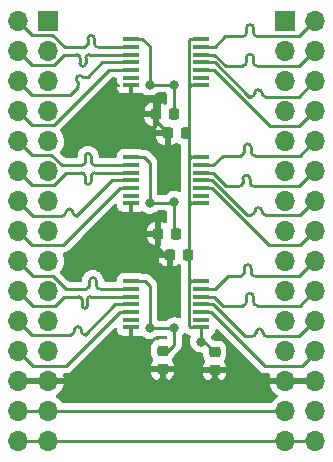
<source format=gbr>
%TF.GenerationSoftware,KiCad,Pcbnew,(6.0.1)*%
%TF.CreationDate,2022-07-20T18:19:17-07:00*%
%TF.ProjectId,LevelShifter,4c657665-6c53-4686-9966-7465722e6b69,rev?*%
%TF.SameCoordinates,Original*%
%TF.FileFunction,Copper,L1,Top*%
%TF.FilePolarity,Positive*%
%FSLAX46Y46*%
G04 Gerber Fmt 4.6, Leading zero omitted, Abs format (unit mm)*
G04 Created by KiCad (PCBNEW (6.0.1)) date 2022-07-20 18:19:17*
%MOMM*%
%LPD*%
G01*
G04 APERTURE LIST*
G04 Aperture macros list*
%AMRoundRect*
0 Rectangle with rounded corners*
0 $1 Rounding radius*
0 $2 $3 $4 $5 $6 $7 $8 $9 X,Y pos of 4 corners*
0 Add a 4 corners polygon primitive as box body*
4,1,4,$2,$3,$4,$5,$6,$7,$8,$9,$2,$3,0*
0 Add four circle primitives for the rounded corners*
1,1,$1+$1,$2,$3*
1,1,$1+$1,$4,$5*
1,1,$1+$1,$6,$7*
1,1,$1+$1,$8,$9*
0 Add four rect primitives between the rounded corners*
20,1,$1+$1,$2,$3,$4,$5,0*
20,1,$1+$1,$4,$5,$6,$7,0*
20,1,$1+$1,$6,$7,$8,$9,0*
20,1,$1+$1,$8,$9,$2,$3,0*%
G04 Aperture macros list end*
%TA.AperFunction,ComponentPad*%
%ADD10R,1.700000X1.700000*%
%TD*%
%TA.AperFunction,ComponentPad*%
%ADD11O,1.700000X1.700000*%
%TD*%
%TA.AperFunction,SMDPad,CuDef*%
%ADD12RoundRect,0.225000X-0.250000X0.225000X-0.250000X-0.225000X0.250000X-0.225000X0.250000X0.225000X0*%
%TD*%
%TA.AperFunction,SMDPad,CuDef*%
%ADD13RoundRect,0.225000X0.250000X-0.225000X0.250000X0.225000X-0.250000X0.225000X-0.250000X-0.225000X0*%
%TD*%
%TA.AperFunction,SMDPad,CuDef*%
%ADD14R,1.404099X0.354800*%
%TD*%
%TA.AperFunction,SMDPad,CuDef*%
%ADD15RoundRect,0.225000X-0.225000X-0.250000X0.225000X-0.250000X0.225000X0.250000X-0.225000X0.250000X0*%
%TD*%
%TA.AperFunction,SMDPad,CuDef*%
%ADD16RoundRect,0.225000X0.225000X0.250000X-0.225000X0.250000X-0.225000X-0.250000X0.225000X-0.250000X0*%
%TD*%
%TA.AperFunction,ViaPad*%
%ADD17C,0.800000*%
%TD*%
%TA.AperFunction,Conductor*%
%ADD18C,0.250000*%
%TD*%
G04 APERTURE END LIST*
D10*
%TO.P,J1,1,Pin_1*%
%TO.N,/CHAN_0_IN*%
X149895000Y-80000000D03*
D11*
%TO.P,J1,2,Pin_2*%
%TO.N,/CHAN_23_IN*%
X147355000Y-80000000D03*
%TO.P,J1,3,Pin_3*%
%TO.N,/CHAN_1_IN*%
X149895000Y-82540000D03*
%TO.P,J1,4,Pin_4*%
%TO.N,/CHAN_22_IN*%
X147355000Y-82540000D03*
%TO.P,J1,5,Pin_5*%
%TO.N,/CHAN_2_IN*%
X149895000Y-85080000D03*
%TO.P,J1,6,Pin_6*%
%TO.N,/CHAN_21_IN*%
X147355000Y-85080000D03*
%TO.P,J1,7,Pin_7*%
%TO.N,/CHAN_3_IN*%
X149895000Y-87620000D03*
%TO.P,J1,8,Pin_8*%
%TO.N,/CHAN_20_IN*%
X147355000Y-87620000D03*
%TO.P,J1,9,Pin_9*%
%TO.N,/CHAN_4_IN*%
X149895000Y-90160000D03*
%TO.P,J1,10,Pin_10*%
%TO.N,/CHAN_19_IN*%
X147355000Y-90160000D03*
%TO.P,J1,11,Pin_11*%
%TO.N,/CHAN_5_IN*%
X149895000Y-92700000D03*
%TO.P,J1,12,Pin_12*%
%TO.N,/CHAN_18_IN*%
X147355000Y-92700000D03*
%TO.P,J1,13,Pin_13*%
%TO.N,/CHAN_6_IN*%
X149895000Y-95240000D03*
%TO.P,J1,14,Pin_14*%
%TO.N,/CHAN_17_IN*%
X147355000Y-95240000D03*
%TO.P,J1,15,Pin_15*%
%TO.N,/CHAN_7_IN*%
X149895000Y-97780000D03*
%TO.P,J1,16,Pin_16*%
%TO.N,/CHAN_16_IN*%
X147355000Y-97780000D03*
%TO.P,J1,17,Pin_17*%
%TO.N,/CHAN_8_IN*%
X149895000Y-100320000D03*
%TO.P,J1,18,Pin_18*%
%TO.N,/CHAN_15_IN*%
X147355000Y-100320000D03*
%TO.P,J1,19,Pin_19*%
%TO.N,/CHAN_9_IN*%
X149895000Y-102860000D03*
%TO.P,J1,20,Pin_20*%
%TO.N,/CHAN_14_IN*%
X147355000Y-102860000D03*
%TO.P,J1,21,Pin_21*%
%TO.N,/CHAN_10_IN*%
X149895000Y-105400000D03*
%TO.P,J1,22,Pin_22*%
%TO.N,/CHAN_13_IN*%
X147355000Y-105400000D03*
%TO.P,J1,23,Pin_23*%
%TO.N,/CHAN_11_IN*%
X149895000Y-107940000D03*
%TO.P,J1,24,Pin_24*%
%TO.N,/CHAN_12_IN*%
X147355000Y-107940000D03*
%TO.P,J1,25,Pin_25*%
%TO.N,/GND*%
X149895000Y-110480000D03*
%TO.P,J1,26,Pin_26*%
X147355000Y-110480000D03*
%TO.P,J1,27,Pin_27*%
%TO.N,/3V3*%
X149895000Y-113020000D03*
%TO.P,J1,28,Pin_28*%
X147355000Y-113020000D03*
%TO.P,J1,29,Pin_29*%
%TO.N,/5V*%
X149895000Y-115560000D03*
%TO.P,J1,30,Pin_30*%
X147355000Y-115560000D03*
%TD*%
D12*
%TO.P,C7,1*%
%TO.N,/3V3*%
X163995000Y-108025000D03*
%TO.P,C7,2*%
%TO.N,/GND*%
X163995000Y-109575000D03*
%TD*%
D13*
%TO.P,C8,1*%
%TO.N,/GND*%
X159595000Y-109475000D03*
%TO.P,C8,2*%
%TO.N,/5V*%
X159595000Y-107925000D03*
%TD*%
D14*
%TO.P,U6,1,VCCA*%
%TO.N,/5V*%
X156945052Y-91550042D03*
%TO.P,U6,2,A1*%
%TO.N,/CHAN_19_IN*%
X156945052Y-92200028D03*
%TO.P,U6,3,A2*%
%TO.N,/CHAN_18_IN*%
X156945052Y-92850014D03*
%TO.P,U6,4,A3*%
%TO.N,/CHAN_17_IN*%
X156945052Y-93500000D03*
%TO.P,U6,5,A4*%
%TO.N,/CHAN_16_IN*%
X156945052Y-94149986D03*
%TO.P,U6,6,NC*%
%TO.N,unconnected-(U6-Pad6)*%
X156945052Y-94799972D03*
%TO.P,U6,7,GND*%
%TO.N,/GND*%
X156945052Y-95449958D03*
%TO.P,U6,8,OE*%
%TO.N,/3V3*%
X162844948Y-95449958D03*
%TO.P,U6,9,NC*%
%TO.N,unconnected-(U6-Pad9)*%
X162844948Y-94799972D03*
%TO.P,U6,10,B4Y*%
%TO.N,/CHAN_16_OUT*%
X162844948Y-94149986D03*
%TO.P,U6,11,B3Y*%
%TO.N,/CHAN_17_OUT*%
X162844948Y-93500000D03*
%TO.P,U6,12,B2Y*%
%TO.N,/CHAN_18_OUT*%
X162844948Y-92850014D03*
%TO.P,U6,13,B1Y*%
%TO.N,/CHAN_19_OUT*%
X162844948Y-92200028D03*
%TO.P,U6,14,VCCB*%
%TO.N,/3V3*%
X162844948Y-91550042D03*
%TD*%
D15*
%TO.P,C12,1*%
%TO.N,/GND*%
X159020000Y-87900000D03*
%TO.P,C12,2*%
%TO.N,/5V*%
X160570000Y-87900000D03*
%TD*%
D14*
%TO.P,U5,1,VCCA*%
%TO.N,/5V*%
X156945052Y-102050042D03*
%TO.P,U5,2,A1*%
%TO.N,/CHAN_15_IN*%
X156945052Y-102700028D03*
%TO.P,U5,3,A2*%
%TO.N,/CHAN_14_IN*%
X156945052Y-103350014D03*
%TO.P,U5,4,A3*%
%TO.N,/CHAN_13_IN*%
X156945052Y-104000000D03*
%TO.P,U5,5,A4*%
%TO.N,/CHAN_12_IN*%
X156945052Y-104649986D03*
%TO.P,U5,6,NC*%
%TO.N,unconnected-(U5-Pad6)*%
X156945052Y-105299972D03*
%TO.P,U5,7,GND*%
%TO.N,/GND*%
X156945052Y-105949958D03*
%TO.P,U5,8,OE*%
%TO.N,/3V3*%
X162844948Y-105949958D03*
%TO.P,U5,9,NC*%
%TO.N,unconnected-(U5-Pad9)*%
X162844948Y-105299972D03*
%TO.P,U5,10,B4Y*%
%TO.N,/CHAN_12_OUT*%
X162844948Y-104649986D03*
%TO.P,U5,11,B3Y*%
%TO.N,/CHAN_13_OUT*%
X162844948Y-104000000D03*
%TO.P,U5,12,B2Y*%
%TO.N,/CHAN_14_OUT*%
X162844948Y-103350014D03*
%TO.P,U5,13,B1Y*%
%TO.N,/CHAN_15_OUT*%
X162844948Y-102700028D03*
%TO.P,U5,14,VCCB*%
%TO.N,/3V3*%
X162844948Y-102050042D03*
%TD*%
D15*
%TO.P,C10,1*%
%TO.N,/GND*%
X159220000Y-98000000D03*
%TO.P,C10,2*%
%TO.N,/5V*%
X160770000Y-98000000D03*
%TD*%
D10*
%TO.P,J2,1,Pin_1*%
%TO.N,/CHAN_0_OUT*%
X169995000Y-80000000D03*
D11*
%TO.P,J2,2,Pin_2*%
%TO.N,/CHAN_23_OUT*%
X172535000Y-80000000D03*
%TO.P,J2,3,Pin_3*%
%TO.N,/CHAN_1_OUT*%
X169995000Y-82540000D03*
%TO.P,J2,4,Pin_4*%
%TO.N,/CHAN_22_OUT*%
X172535000Y-82540000D03*
%TO.P,J2,5,Pin_5*%
%TO.N,/CHAN_2_OUT*%
X169995000Y-85080000D03*
%TO.P,J2,6,Pin_6*%
%TO.N,/CHAN_21_OUT*%
X172535000Y-85080000D03*
%TO.P,J2,7,Pin_7*%
%TO.N,/CHAN_3_OUT*%
X169995000Y-87620000D03*
%TO.P,J2,8,Pin_8*%
%TO.N,/CHAN_20_OUT*%
X172535000Y-87620000D03*
%TO.P,J2,9,Pin_9*%
%TO.N,/CHAN_4_OUT*%
X169995000Y-90160000D03*
%TO.P,J2,10,Pin_10*%
%TO.N,/CHAN_19_OUT*%
X172535000Y-90160000D03*
%TO.P,J2,11,Pin_11*%
%TO.N,/CHAN_5_OUT*%
X169995000Y-92700000D03*
%TO.P,J2,12,Pin_12*%
%TO.N,/CHAN_18_OUT*%
X172535000Y-92700000D03*
%TO.P,J2,13,Pin_13*%
%TO.N,/CHAN_6_OUT*%
X169995000Y-95240000D03*
%TO.P,J2,14,Pin_14*%
%TO.N,/CHAN_17_OUT*%
X172535000Y-95240000D03*
%TO.P,J2,15,Pin_15*%
%TO.N,/CHAN_7_OUT*%
X169995000Y-97780000D03*
%TO.P,J2,16,Pin_16*%
%TO.N,/CHAN_16_OUT*%
X172535000Y-97780000D03*
%TO.P,J2,17,Pin_17*%
%TO.N,/CHAN_8_OUT*%
X169995000Y-100320000D03*
%TO.P,J2,18,Pin_18*%
%TO.N,/CHAN_15_OUT*%
X172535000Y-100320000D03*
%TO.P,J2,19,Pin_19*%
%TO.N,/CHAN_9_OUT*%
X169995000Y-102860000D03*
%TO.P,J2,20,Pin_20*%
%TO.N,/CHAN_14_OUT*%
X172535000Y-102860000D03*
%TO.P,J2,21,Pin_21*%
%TO.N,/CHAN_10_OUT*%
X169995000Y-105400000D03*
%TO.P,J2,22,Pin_22*%
%TO.N,/CHAN_13_OUT*%
X172535000Y-105400000D03*
%TO.P,J2,23,Pin_23*%
%TO.N,/CHAN_11_OUT*%
X169995000Y-107940000D03*
%TO.P,J2,24,Pin_24*%
%TO.N,/CHAN_12_OUT*%
X172535000Y-107940000D03*
%TO.P,J2,25,Pin_25*%
%TO.N,/GND*%
X169995000Y-110480000D03*
%TO.P,J2,26,Pin_26*%
X172535000Y-110480000D03*
%TO.P,J2,27,Pin_27*%
%TO.N,/3V3*%
X169995000Y-113020000D03*
%TO.P,J2,28,Pin_28*%
X172535000Y-113020000D03*
%TO.P,J2,29,Pin_29*%
%TO.N,/5V*%
X169995000Y-115560000D03*
%TO.P,J2,30,Pin_30*%
X172535000Y-115560000D03*
%TD*%
D14*
%TO.P,U4,1,VCCA*%
%TO.N,/5V*%
X156945052Y-81550042D03*
%TO.P,U4,2,A1*%
%TO.N,/CHAN_23_IN*%
X156945052Y-82200028D03*
%TO.P,U4,3,A2*%
%TO.N,/CHAN_22_IN*%
X156945052Y-82850014D03*
%TO.P,U4,4,A3*%
%TO.N,/CHAN_21_IN*%
X156945052Y-83500000D03*
%TO.P,U4,5,A4*%
%TO.N,/CHAN_20_IN*%
X156945052Y-84149986D03*
%TO.P,U4,6,NC*%
%TO.N,unconnected-(U4-Pad6)*%
X156945052Y-84799972D03*
%TO.P,U4,7,GND*%
%TO.N,/GND*%
X156945052Y-85449958D03*
%TO.P,U4,8,OE*%
%TO.N,/3V3*%
X162844948Y-85449958D03*
%TO.P,U4,9,NC*%
%TO.N,unconnected-(U4-Pad9)*%
X162844948Y-84799972D03*
%TO.P,U4,10,B4Y*%
%TO.N,/CHAN_20_OUT*%
X162844948Y-84149986D03*
%TO.P,U4,11,B3Y*%
%TO.N,/CHAN_21_OUT*%
X162844948Y-83500000D03*
%TO.P,U4,12,B2Y*%
%TO.N,/CHAN_22_OUT*%
X162844948Y-82850014D03*
%TO.P,U4,13,B1Y*%
%TO.N,/CHAN_23_OUT*%
X162844948Y-82200028D03*
%TO.P,U4,14,VCCB*%
%TO.N,/3V3*%
X162844948Y-81550042D03*
%TD*%
D16*
%TO.P,C9,1*%
%TO.N,/3V3*%
X161770000Y-99800000D03*
%TO.P,C9,2*%
%TO.N,/GND*%
X160220000Y-99800000D03*
%TD*%
%TO.P,C11,1*%
%TO.N,/3V3*%
X161570000Y-89500000D03*
%TO.P,C11,2*%
%TO.N,/GND*%
X160020000Y-89500000D03*
%TD*%
D17*
%TO.N,/GND*%
X159295000Y-96600000D03*
X159295000Y-86700000D03*
X158095000Y-108800000D03*
%TO.N,/3V3*%
X162844948Y-107149948D03*
%TO.N,/5V*%
X158495000Y-106000000D03*
X160595000Y-85400000D03*
X160595000Y-95300000D03*
X160595000Y-106000000D03*
X158495000Y-85400000D03*
X158495000Y-95400000D03*
%TD*%
D18*
%TO.N,/GND*%
X159195000Y-110500000D02*
X158995000Y-110500000D01*
X159295000Y-87625000D02*
X159020000Y-87900000D01*
X157495000Y-86700000D02*
X159295000Y-86700000D01*
X164395000Y-110500000D02*
X164495000Y-110500000D01*
X163995000Y-110100000D02*
X163995000Y-110500000D01*
X159295000Y-86700000D02*
X159295000Y-87625000D01*
X159495000Y-110500000D02*
X158995000Y-110500000D01*
X157395000Y-96600000D02*
X159295000Y-96600000D01*
X163395000Y-110500000D02*
X159995000Y-110500000D01*
X159595000Y-110100000D02*
X159595000Y-110400000D01*
X159095000Y-99100000D02*
X159095000Y-98125000D01*
X156945052Y-95449958D02*
X156945052Y-96150052D01*
X159595000Y-110400000D02*
X159495000Y-110500000D01*
X163995000Y-110100000D02*
X163595000Y-110500000D01*
X163995000Y-110500000D02*
X163395000Y-110500000D01*
X159020000Y-88500000D02*
X160020000Y-89500000D01*
X164495000Y-110500000D02*
X163995000Y-110500000D01*
X158995000Y-110500000D02*
X149915000Y-110500000D01*
X159595000Y-109475000D02*
X159595000Y-110100000D01*
X159595000Y-110100000D02*
X159195000Y-110500000D01*
X156945052Y-96150052D02*
X157395000Y-96600000D01*
X169895000Y-110480000D02*
X169875000Y-110500000D01*
X156945052Y-85449958D02*
X156945052Y-86150052D01*
X160220000Y-99800000D02*
X159795000Y-99800000D01*
X159220000Y-98000000D02*
X159220000Y-96675000D01*
X172435000Y-110480000D02*
X169895000Y-110480000D01*
X159995000Y-110500000D02*
X159495000Y-110500000D01*
X159095000Y-98125000D02*
X159220000Y-98000000D01*
X159220000Y-96675000D02*
X159295000Y-96600000D01*
X158095000Y-108800000D02*
X156945052Y-107650052D01*
X159595000Y-110100000D02*
X159995000Y-110500000D01*
X163995000Y-110100000D02*
X164395000Y-110500000D01*
X159795000Y-99800000D02*
X159095000Y-99100000D01*
X163995000Y-109575000D02*
X163995000Y-110100000D01*
X156945052Y-86150052D02*
X157495000Y-86700000D01*
X156945052Y-107650052D02*
X156945052Y-105949958D01*
X159020000Y-87900000D02*
X159020000Y-88500000D01*
X149915000Y-110500000D02*
X149895000Y-110480000D01*
X163595000Y-110500000D02*
X163395000Y-110500000D01*
X169875000Y-110500000D02*
X164495000Y-110500000D01*
%TO.N,/3V3*%
X161795000Y-91800000D02*
X161795000Y-95200000D01*
X169875000Y-113000000D02*
X169895000Y-113020000D01*
X162844948Y-102050042D02*
X162045042Y-102050042D01*
X147355000Y-113020000D02*
X149895000Y-113020000D01*
X161795000Y-91500000D02*
X161795000Y-91800000D01*
X162844948Y-95449958D02*
X162045042Y-95449958D01*
X161795000Y-95700000D02*
X161795000Y-95800000D01*
X163119948Y-107149948D02*
X163995000Y-108025000D01*
X161844958Y-102050042D02*
X161795000Y-102100000D01*
X162045042Y-91550042D02*
X161845042Y-91550042D01*
X149895000Y-113020000D02*
X149915000Y-113000000D01*
X161795000Y-91300000D02*
X161795000Y-91500000D01*
X161795000Y-101800000D02*
X161795000Y-102100000D01*
X162844948Y-107149948D02*
X163119948Y-107149948D01*
X161795000Y-85400000D02*
X161795000Y-85700000D01*
X161795000Y-102100000D02*
X161795000Y-102300000D01*
X161844958Y-85449958D02*
X161795000Y-85400000D01*
X161795000Y-95400000D02*
X161795000Y-95800000D01*
X161795000Y-81647941D02*
X161795000Y-85200000D01*
X161892899Y-81550042D02*
X161795000Y-81647941D01*
X161795000Y-102300000D02*
X161795000Y-105800000D01*
X149915000Y-113000000D02*
X169875000Y-113000000D01*
X161844958Y-95449958D02*
X161795000Y-95400000D01*
X162045042Y-95449958D02*
X161844958Y-95449958D01*
X161944958Y-105949958D02*
X162844948Y-105949958D01*
X162044958Y-85449958D02*
X162044958Y-85450042D01*
X162044958Y-91550042D02*
X162044958Y-91549958D01*
X162045042Y-95449958D02*
X162044958Y-95449958D01*
X162044958Y-85450042D02*
X161795000Y-85700000D01*
X162844948Y-85449958D02*
X161844958Y-85449958D01*
X162844948Y-81550042D02*
X161892899Y-81550042D01*
X162044958Y-91550042D02*
X161795000Y-91800000D01*
X162044958Y-102050042D02*
X161795000Y-102300000D01*
X162044958Y-91549958D02*
X161795000Y-91300000D01*
X161845042Y-91550042D02*
X161795000Y-91500000D01*
X161795000Y-85700000D02*
X161795000Y-91300000D01*
X162045042Y-91550042D02*
X162044958Y-91550042D01*
X162044958Y-85449958D02*
X161795000Y-85200000D01*
X162844948Y-105949958D02*
X162844948Y-107149948D01*
X162844948Y-91550042D02*
X162045042Y-91550042D01*
X162045042Y-102050042D02*
X162044958Y-102050042D01*
X161795000Y-105800000D02*
X161944958Y-105949958D01*
X162045042Y-102050042D02*
X161844958Y-102050042D01*
X162045042Y-95449958D02*
X161795000Y-95700000D01*
X162045042Y-102050042D02*
X161795000Y-101800000D01*
X161795000Y-85200000D02*
X161795000Y-85400000D01*
X161795000Y-95800000D02*
X161795000Y-101800000D01*
X161795000Y-95200000D02*
X161795000Y-95400000D01*
X162044958Y-95449958D02*
X161795000Y-95200000D01*
%TO.N,/5V*%
X158045042Y-91550042D02*
X158495000Y-92000000D01*
X169855000Y-115600000D02*
X169895000Y-115560000D01*
X160570000Y-87900000D02*
X160570000Y-85425000D01*
X156945052Y-91550042D02*
X158045042Y-91550042D01*
X158495000Y-102400000D02*
X158495000Y-106000000D01*
X160595000Y-107400000D02*
X160595000Y-106000000D01*
X160495000Y-95400000D02*
X158495000Y-95400000D01*
X158495000Y-82147941D02*
X158495000Y-85400000D01*
X149895000Y-115560000D02*
X149935000Y-115600000D01*
X160070000Y-107925000D02*
X160595000Y-107400000D01*
X160595000Y-95300000D02*
X160495000Y-95400000D01*
X147355000Y-115560000D02*
X149895000Y-115560000D01*
X157897101Y-81550042D02*
X158495000Y-82147941D01*
X160595000Y-97825000D02*
X160770000Y-98000000D01*
X159595000Y-107925000D02*
X160070000Y-107925000D01*
X169895000Y-115560000D02*
X172435000Y-115560000D01*
X158495000Y-106000000D02*
X160595000Y-106000000D01*
X158145042Y-102050042D02*
X158495000Y-102400000D01*
X156945052Y-81550042D02*
X157897101Y-81550042D01*
X158495000Y-92000000D02*
X158495000Y-95400000D01*
X160595000Y-95300000D02*
X160595000Y-97825000D01*
X160570000Y-85425000D02*
X160595000Y-85400000D01*
X156945052Y-102050042D02*
X158145042Y-102050042D01*
X149935000Y-115600000D02*
X169855000Y-115600000D01*
X160595000Y-85400000D02*
X158495000Y-85400000D01*
%TO.N,/CHAN_23_IN*%
X150269511Y-81174511D02*
X151295028Y-82200028D01*
X153269972Y-81925028D02*
X153269972Y-81489674D01*
X154094972Y-82200028D02*
X155318278Y-82200028D01*
X153819972Y-81489674D02*
X153819972Y-81925028D01*
X155318278Y-82200028D02*
X156945052Y-82200028D01*
X148529511Y-81174511D02*
X150269511Y-81174511D01*
X147355000Y-80000000D02*
X148529511Y-81174511D01*
X151295028Y-82200028D02*
X152994972Y-82200028D01*
X154094972Y-82200028D02*
G75*
G02*
X153819972Y-81925028I1J275001D01*
G01*
X153269972Y-81925028D02*
G75*
G02*
X152994972Y-82200028I-275001J1D01*
G01*
X153544972Y-81214674D02*
G75*
G03*
X153269972Y-81489674I1J-275001D01*
G01*
X153819972Y-81489674D02*
G75*
G03*
X153544972Y-81214674I-275001J-1D01*
G01*
%TO.N,/CHAN_22_IN*%
X156945052Y-82850014D02*
X153344986Y-82850014D01*
X151245996Y-82850014D02*
X150381499Y-83714511D01*
X148529511Y-83714511D02*
X147355000Y-82540000D01*
X152594986Y-83597321D02*
X152594986Y-83100014D01*
X153094986Y-83100014D02*
X153094986Y-83597321D01*
X152344986Y-82850014D02*
X151245996Y-82850014D01*
X150381499Y-83714511D02*
X148529511Y-83714511D01*
X152344986Y-82850014D02*
G75*
G02*
X152594986Y-83100014I1J-249999D01*
G01*
X153094986Y-83100014D02*
G75*
G02*
X153344986Y-82850014I249999J1D01*
G01*
X152594986Y-83597321D02*
G75*
G03*
X152844986Y-83847321I249999J-1D01*
G01*
X152844986Y-83847321D02*
G75*
G03*
X153094986Y-83597321I1J249999D01*
G01*
%TO.N,/CHAN_21_IN*%
X152361973Y-85139766D02*
X152396473Y-85174263D01*
X152820735Y-84749999D02*
X152820736Y-84750000D01*
X154495000Y-83500000D02*
X153245000Y-84750000D01*
X152820736Y-84750000D02*
X152786237Y-84715502D01*
X152361974Y-85139767D02*
X152361973Y-85139766D01*
X156945052Y-83500000D02*
X154495000Y-83500000D01*
X148529511Y-86254511D02*
X147355000Y-85080000D01*
X152396472Y-85598528D02*
X151740489Y-86254511D01*
X151740489Y-86254511D02*
X148529511Y-86254511D01*
X152396473Y-85598527D02*
X152396472Y-85598528D01*
X152396472Y-85598526D02*
G75*
G03*
X152396472Y-85174264I-212131J212131D01*
G01*
X152820735Y-84749999D02*
G75*
G03*
X153245000Y-84750000I212133J212127D01*
G01*
X152361974Y-84715503D02*
G75*
G02*
X152786236Y-84715503I212131J-212131D01*
G01*
X152361974Y-85139767D02*
G75*
G02*
X152361973Y-84715502I212134J212133D01*
G01*
%TO.N,/CHAN_20_IN*%
X148535000Y-88800000D02*
X147355000Y-87620000D01*
X156945052Y-84149986D02*
X155026024Y-84149986D01*
X150376010Y-88800000D02*
X148535000Y-88800000D01*
X155026024Y-84149986D02*
X150376010Y-88800000D01*
%TO.N,/CHAN_19_IN*%
X154916260Y-92200028D02*
X156945052Y-92200028D01*
X147355000Y-90160000D02*
X148529511Y-91334511D01*
X151056038Y-92200028D02*
X152795028Y-92200028D01*
X148529511Y-91334511D02*
X150190521Y-91334511D01*
X153045028Y-91950028D02*
X153045028Y-91452910D01*
X153545028Y-91452910D02*
X153545028Y-91950028D01*
X153795028Y-92200028D02*
X154916260Y-92200028D01*
X150190521Y-91334511D02*
X151056038Y-92200028D01*
X153545028Y-91452910D02*
G75*
G03*
X153295028Y-91202910I-249999J1D01*
G01*
X153295028Y-91202910D02*
G75*
G03*
X153045028Y-91452910I-1J-249999D01*
G01*
X153795028Y-92200028D02*
G75*
G02*
X153545028Y-91950028I-1J249999D01*
G01*
X153045028Y-91950028D02*
G75*
G02*
X152795028Y-92200028I-249999J-1D01*
G01*
%TO.N,/CHAN_18_IN*%
X151405996Y-92850014D02*
X150381499Y-93874511D01*
X148529511Y-93874511D02*
X147355000Y-92700000D01*
X150381499Y-93874511D02*
X148529511Y-93874511D01*
X153020014Y-93560602D02*
X153020014Y-93125014D01*
X156945052Y-92850014D02*
X153845014Y-92850014D01*
X153570014Y-93125014D02*
X153570014Y-93560602D01*
X152745014Y-92850014D02*
X151405996Y-92850014D01*
X153295014Y-93835602D02*
G75*
G03*
X153570014Y-93560602I-1J275001D01*
G01*
X153020014Y-93560602D02*
G75*
G03*
X153295014Y-93835602I275001J1D01*
G01*
X153570014Y-93125014D02*
G75*
G02*
X153845014Y-92850014I275001J-1D01*
G01*
X152745014Y-92850014D02*
G75*
G02*
X153020014Y-93125014I-1J-275001D01*
G01*
%TO.N,/CHAN_17_IN*%
X151714776Y-95919776D02*
X151695000Y-95919776D01*
X151114776Y-96500000D02*
X151095000Y-96500000D01*
X148615000Y-96500000D02*
X147355000Y-95240000D01*
X155295000Y-93500000D02*
X152295000Y-96500000D01*
X151095000Y-96500000D02*
X148615000Y-96500000D01*
X156945052Y-93500000D02*
X155295000Y-93500000D01*
X152004888Y-96209888D02*
G75*
G03*
X152295000Y-96500000I290113J1D01*
G01*
X151404888Y-96209888D02*
G75*
G02*
X151695000Y-95919776I290113J-1D01*
G01*
X151714776Y-95919776D02*
G75*
G02*
X152004888Y-96209888I-1J-290113D01*
G01*
X151114776Y-96500000D02*
G75*
G03*
X151404888Y-96209888I-1J290113D01*
G01*
%TO.N,/CHAN_16_IN*%
X151188478Y-98954511D02*
X148529511Y-98954511D01*
X148529511Y-98954511D02*
X147355000Y-97780000D01*
X156945052Y-94149986D02*
X155993003Y-94149986D01*
X155993003Y-94149986D02*
X151188478Y-98954511D01*
%TO.N,/CHAN_15_IN*%
X147355000Y-100320000D02*
X148635000Y-101600000D01*
X156077646Y-102700028D02*
X156945052Y-102700028D01*
X153395028Y-102400028D02*
X153395028Y-102030405D01*
X151396038Y-102700028D02*
X153095028Y-102700028D01*
X153995028Y-102030405D02*
X153995028Y-102400028D01*
X150296010Y-101600000D02*
X151396038Y-102700028D01*
X154295028Y-102700028D02*
X156077646Y-102700028D01*
X148635000Y-101600000D02*
X150296010Y-101600000D01*
X153395028Y-102400028D02*
G75*
G02*
X153095028Y-102700028I-300000J0D01*
G01*
X153995028Y-102030405D02*
G75*
G03*
X153695028Y-101730405I-300000J0D01*
G01*
X153695028Y-101730405D02*
G75*
G03*
X153395028Y-102030405I0J-300000D01*
G01*
X154295028Y-102700028D02*
G75*
G02*
X153995028Y-102400028I0J300000D01*
G01*
%TO.N,/CHAN_14_IN*%
X150495000Y-104100000D02*
X148595000Y-104100000D01*
X152770014Y-104110970D02*
X152770014Y-103575014D01*
X153220014Y-103575014D02*
X153220014Y-104110970D01*
X152545014Y-103350014D02*
X151244986Y-103350014D01*
X156945052Y-103350014D02*
X153445014Y-103350014D01*
X148595000Y-104100000D02*
X147355000Y-102860000D01*
X151244986Y-103350014D02*
X150495000Y-104100000D01*
X152545014Y-103350014D02*
G75*
G02*
X152770014Y-103575014I0J-225000D01*
G01*
X152995014Y-104335970D02*
G75*
G03*
X153220014Y-104110970I0J225000D01*
G01*
X152770014Y-104110970D02*
G75*
G03*
X152995014Y-104335970I225000J0D01*
G01*
X153220014Y-103575014D02*
G75*
G02*
X153445014Y-103350014I225000J0D01*
G01*
%TO.N,/CHAN_13_IN*%
X150136713Y-106574511D02*
X148529511Y-106574511D01*
X148529511Y-106574511D02*
X147355000Y-105400000D01*
X152720489Y-106274511D02*
X152720489Y-106188443D01*
X151820489Y-106574511D02*
X150136713Y-106574511D01*
X155595000Y-104000000D02*
X153020489Y-106574511D01*
X152120489Y-106188443D02*
X152120489Y-106274511D01*
X156945052Y-104000000D02*
X155595000Y-104000000D01*
X152720489Y-106274511D02*
G75*
G03*
X153020489Y-106574511I300000J0D01*
G01*
X152120489Y-106188443D02*
G75*
G02*
X152420489Y-105888443I300000J0D01*
G01*
X152420489Y-105888443D02*
G75*
G02*
X152720489Y-106188443I0J-300000D01*
G01*
X151820489Y-106574511D02*
G75*
G03*
X152120489Y-106274511I0J300000D01*
G01*
%TO.N,/CHAN_12_IN*%
X156945052Y-104649986D02*
X155993003Y-104649986D01*
X155993003Y-104649986D02*
X151442989Y-109200000D01*
X151442989Y-109200000D02*
X148615000Y-109200000D01*
X148615000Y-109200000D02*
X147355000Y-107940000D01*
%TO.N,/CHAN_23_OUT*%
X168249857Y-81300000D02*
X171135000Y-81300000D01*
X167295000Y-80600000D02*
X167295000Y-81000000D01*
X167595000Y-81300000D02*
X168249857Y-81300000D01*
X162844948Y-82200028D02*
X163994972Y-82200028D01*
X171135000Y-81300000D02*
X172435000Y-80000000D01*
X164895000Y-81300000D02*
X166395000Y-81300000D01*
X163994972Y-82200028D02*
X164895000Y-81300000D01*
X166695000Y-81000000D02*
X166695000Y-80600000D01*
X166695000Y-81000000D02*
G75*
G02*
X166395000Y-81300000I-300000J0D01*
G01*
X167295000Y-80600000D02*
G75*
G03*
X166995000Y-80300000I-300000J0D01*
G01*
X167595000Y-81300000D02*
G75*
G02*
X167295000Y-81000000I0J300000D01*
G01*
X166995000Y-80300000D02*
G75*
G03*
X166695000Y-80600000I0J-300000D01*
G01*
%TO.N,/CHAN_22_OUT*%
X166395000Y-83800000D02*
X166345000Y-83800000D01*
X164930718Y-83800000D02*
X163980732Y-82850014D01*
X163980732Y-82850014D02*
X162844948Y-82850014D01*
X166695000Y-83100000D02*
X166695000Y-83500000D01*
X172435000Y-82540000D02*
X171175000Y-83800000D01*
X166345000Y-83800000D02*
X164930718Y-83800000D01*
X171175000Y-83800000D02*
X167595000Y-83800000D01*
X167295000Y-83500000D02*
X167295000Y-83100000D01*
X166695000Y-83100000D02*
G75*
G02*
X166995000Y-82800000I300000J0D01*
G01*
X167295000Y-83500000D02*
G75*
G03*
X167595000Y-83800000I300000J0D01*
G01*
X166395000Y-83800000D02*
G75*
G03*
X166695000Y-83500000I0J300000D01*
G01*
X166995000Y-82800000D02*
G75*
G02*
X167295000Y-83100000I0J-300000D01*
G01*
%TO.N,/CHAN_21_OUT*%
X168000746Y-86105746D02*
X168000746Y-86105745D01*
X167106492Y-86400000D02*
X167095000Y-86400000D01*
X167400746Y-86105745D02*
X167400746Y-86105746D01*
X167095000Y-86400000D02*
X166895000Y-86400000D01*
X163995000Y-83500000D02*
X162844948Y-83500000D01*
X172435000Y-85080000D02*
X171115000Y-86400000D01*
X166895000Y-86400000D02*
X163995000Y-83500000D01*
X171115000Y-86400000D02*
X168295000Y-86400000D01*
X167706492Y-85811491D02*
X167695000Y-85811491D01*
X167400746Y-86105745D02*
G75*
G02*
X167695000Y-85811491I294254J0D01*
G01*
X167106492Y-86400000D02*
G75*
G03*
X167400746Y-86105746I0J294254D01*
G01*
X167706492Y-85811491D02*
G75*
G02*
X168000746Y-86105745I0J-294254D01*
G01*
X168000746Y-86105746D02*
G75*
G03*
X168295000Y-86400000I294254J0D01*
G01*
%TO.N,/CHAN_20_OUT*%
X171155000Y-88900000D02*
X172435000Y-87620000D01*
X168695000Y-88900000D02*
X171155000Y-88900000D01*
X163944986Y-84149986D02*
X168695000Y-88900000D01*
X162844948Y-84149986D02*
X163944986Y-84149986D01*
%TO.N,/CHAN_19_OUT*%
X171195000Y-91400000D02*
X167395000Y-91400000D01*
X172435000Y-90160000D02*
X171195000Y-91400000D01*
X164695000Y-91400000D02*
X163894972Y-92200028D01*
X166195000Y-91400000D02*
X164765701Y-91400000D01*
X164765701Y-91400000D02*
X164695000Y-91400000D01*
X167095000Y-91100000D02*
X167095000Y-90700000D01*
X166495000Y-90700000D02*
X166495000Y-91100000D01*
X163894972Y-92200028D02*
X162844948Y-92200028D01*
X167095000Y-91100000D02*
G75*
G03*
X167395000Y-91400000I300000J0D01*
G01*
X166495000Y-90700000D02*
G75*
G02*
X166795000Y-90400000I300000J0D01*
G01*
X166195000Y-91400000D02*
G75*
G03*
X166495000Y-91100000I0J300000D01*
G01*
X166795000Y-90400000D02*
G75*
G02*
X167095000Y-90700000I0J-300000D01*
G01*
%TO.N,/CHAN_18_OUT*%
X171135000Y-94000000D02*
X167295000Y-94000000D01*
X172435000Y-92700000D02*
X171135000Y-94000000D01*
X166095000Y-94000000D02*
X164995000Y-94000000D01*
X166995000Y-93700000D02*
X166995000Y-93344909D01*
X163845014Y-92850014D02*
X162844948Y-92850014D01*
X166395000Y-93344909D02*
X166395000Y-93700000D01*
X164995000Y-94000000D02*
X163845014Y-92850014D01*
X166395000Y-93344909D02*
G75*
G02*
X166695000Y-93044909I300000J0D01*
G01*
X166995000Y-93700000D02*
G75*
G03*
X167295000Y-94000000I300000J0D01*
G01*
X166095000Y-94000000D02*
G75*
G03*
X166395000Y-93700000I0J300000D01*
G01*
X166695000Y-93044909D02*
G75*
G02*
X166995000Y-93344909I0J-300000D01*
G01*
%TO.N,/CHAN_17_OUT*%
X167059511Y-96414511D02*
X166711508Y-96414511D01*
X172435000Y-95240000D02*
X171260489Y-96414511D01*
X168009511Y-96114511D02*
X168009511Y-96098894D01*
X163796997Y-93500000D02*
X162844948Y-93500000D01*
X167109511Y-96414511D02*
X167059511Y-96414511D01*
X171260489Y-96414511D02*
X168309511Y-96414511D01*
X167409511Y-96098894D02*
X167409511Y-96114511D01*
X166711508Y-96414511D02*
X163796997Y-93500000D01*
X167109511Y-96414511D02*
G75*
G03*
X167409511Y-96114511I0J300000D01*
G01*
X167709511Y-95798894D02*
G75*
G02*
X168009511Y-96098894I0J-300000D01*
G01*
X168009511Y-96114511D02*
G75*
G03*
X168309511Y-96414511I300000J0D01*
G01*
X167409511Y-96098894D02*
G75*
G02*
X167709511Y-95798894I300000J0D01*
G01*
%TO.N,/CHAN_16_OUT*%
X163796997Y-94149986D02*
X168601522Y-98954511D01*
X162844948Y-94149986D02*
X163796997Y-94149986D01*
X171260489Y-98954511D02*
X172435000Y-97780000D01*
X168601522Y-98954511D02*
X171260489Y-98954511D01*
%TO.N,/CHAN_15_OUT*%
X163994972Y-102700028D02*
X162844948Y-102700028D01*
X166145000Y-101600000D02*
X165095000Y-101600000D01*
X166195000Y-101600000D02*
X166145000Y-101600000D01*
X166495000Y-100930421D02*
X166495000Y-101300000D01*
X172435000Y-100320000D02*
X171155000Y-101600000D01*
X171155000Y-101600000D02*
X167395000Y-101600000D01*
X167095000Y-101300000D02*
X167095000Y-100930421D01*
X165095000Y-101600000D02*
X163994972Y-102700028D01*
X166195000Y-101600000D02*
G75*
G03*
X166495000Y-101300000I0J300000D01*
G01*
X166495000Y-100930421D02*
G75*
G02*
X166795000Y-100630421I300000J0D01*
G01*
X166795000Y-100630421D02*
G75*
G02*
X167095000Y-100930421I0J-300000D01*
G01*
X167095000Y-101300000D02*
G75*
G03*
X167395000Y-101600000I300000J0D01*
G01*
%TO.N,/CHAN_14_OUT*%
X163945014Y-103350014D02*
X162844948Y-103350014D01*
X164695000Y-104100000D02*
X163945014Y-103350014D01*
X172435000Y-102860000D02*
X171195000Y-104100000D01*
X171195000Y-104100000D02*
X167595000Y-104100000D01*
X167295000Y-103800000D02*
X167295000Y-103350000D01*
X166395000Y-104100000D02*
X164695000Y-104100000D01*
X166695000Y-103350000D02*
X166695000Y-103800000D01*
X167295000Y-103800000D02*
G75*
G03*
X167595000Y-104100000I300000J0D01*
G01*
X166995000Y-103050000D02*
G75*
G02*
X167295000Y-103350000I0J-300000D01*
G01*
X166695000Y-103350000D02*
G75*
G02*
X166995000Y-103050000I300000J0D01*
G01*
X166395000Y-104100000D02*
G75*
G03*
X166695000Y-103800000I0J300000D01*
G01*
%TO.N,/CHAN_13_OUT*%
X166595000Y-106700000D02*
X163895000Y-104000000D01*
X163895000Y-104000000D02*
X162844948Y-104000000D01*
X168095000Y-106400000D02*
X168095000Y-106365928D01*
X167495000Y-106365928D02*
X167495000Y-106400000D01*
X167145000Y-106700000D02*
X166595000Y-106700000D01*
X172435000Y-105400000D02*
X171135000Y-106700000D01*
X171135000Y-106700000D02*
X168395000Y-106700000D01*
X167195000Y-106700000D02*
X167145000Y-106700000D01*
X167195000Y-106700000D02*
G75*
G03*
X167495000Y-106400000I0J300000D01*
G01*
X168095000Y-106400000D02*
G75*
G03*
X168395000Y-106700000I300000J0D01*
G01*
X167495000Y-106365928D02*
G75*
G02*
X167795000Y-106065928I300000J0D01*
G01*
X167795000Y-106065928D02*
G75*
G02*
X168095000Y-106365928I0J-300000D01*
G01*
%TO.N,/CHAN_12_OUT*%
X172435000Y-108160000D02*
X172435000Y-107940000D01*
X162844948Y-104649986D02*
X163723433Y-104649986D01*
X168273447Y-109200000D02*
X171395000Y-109200000D01*
X163723433Y-104649986D02*
X168273447Y-109200000D01*
X171395000Y-109200000D02*
X172435000Y-108160000D01*
%TD*%
%TA.AperFunction,Conductor*%
%TO.N,/GND*%
G36*
X155653036Y-105990023D02*
G01*
X155709872Y-106032570D01*
X155734683Y-106099090D01*
X155735004Y-106108079D01*
X155735004Y-106172027D01*
X155735374Y-106178848D01*
X155740898Y-106229710D01*
X155744524Y-106244962D01*
X155789679Y-106365412D01*
X155798217Y-106381007D01*
X155874718Y-106483082D01*
X155887279Y-106495643D01*
X155989354Y-106572144D01*
X156004949Y-106580682D01*
X156125397Y-106625836D01*
X156140652Y-106629463D01*
X156191517Y-106634989D01*
X156198331Y-106635358D01*
X156749537Y-106635358D01*
X156764776Y-106630883D01*
X156765981Y-106629493D01*
X156767652Y-106621810D01*
X156767652Y-106111872D01*
X156787654Y-106043751D01*
X156841310Y-105997258D01*
X156893652Y-105985872D01*
X156996452Y-105985872D01*
X157064573Y-106005874D01*
X157111066Y-106059530D01*
X157122452Y-106111872D01*
X157122452Y-106617242D01*
X157126927Y-106632481D01*
X157128317Y-106633686D01*
X157136000Y-106635357D01*
X157691770Y-106635357D01*
X157698591Y-106634987D01*
X157749455Y-106629463D01*
X157750683Y-106629171D01*
X157751669Y-106629222D01*
X157757308Y-106628610D01*
X157757407Y-106629522D01*
X157821583Y-106632874D01*
X157873463Y-106667444D01*
X157883747Y-106678866D01*
X157889086Y-106682745D01*
X158031902Y-106786507D01*
X158038248Y-106791118D01*
X158044276Y-106793802D01*
X158044278Y-106793803D01*
X158206681Y-106866109D01*
X158212712Y-106868794D01*
X158306113Y-106888647D01*
X158393056Y-106907128D01*
X158393061Y-106907128D01*
X158399513Y-106908500D01*
X158590487Y-106908500D01*
X158596939Y-106907128D01*
X158596944Y-106907128D01*
X158683887Y-106888647D01*
X158777288Y-106868794D01*
X158783319Y-106866109D01*
X158945722Y-106793803D01*
X158945724Y-106793802D01*
X158951752Y-106791118D01*
X158958099Y-106786507D01*
X159100914Y-106682745D01*
X159106253Y-106678866D01*
X159110668Y-106673963D01*
X159115580Y-106669540D01*
X159116705Y-106670789D01*
X159170014Y-106637949D01*
X159203200Y-106633500D01*
X159835500Y-106633500D01*
X159903621Y-106653502D01*
X159950114Y-106707158D01*
X159961500Y-106759500D01*
X159961500Y-106840500D01*
X159941498Y-106908621D01*
X159887842Y-106955114D01*
X159835500Y-106966500D01*
X159296268Y-106966500D01*
X159293022Y-106966837D01*
X159293018Y-106966837D01*
X159258917Y-106970375D01*
X159193981Y-106977113D01*
X159187440Y-106979295D01*
X159187441Y-106979295D01*
X159038676Y-107028927D01*
X159038674Y-107028928D01*
X159031732Y-107031244D01*
X159025508Y-107035096D01*
X159025507Y-107035096D01*
X159009698Y-107044879D01*
X158886287Y-107121248D01*
X158765448Y-107242298D01*
X158761608Y-107248528D01*
X158761607Y-107248529D01*
X158683009Y-107376039D01*
X158675698Y-107387899D01*
X158621851Y-107550243D01*
X158611500Y-107651268D01*
X158611500Y-108198732D01*
X158622113Y-108301019D01*
X158624295Y-108307559D01*
X158673537Y-108455153D01*
X158676244Y-108463268D01*
X158766248Y-108608713D01*
X158771430Y-108613886D01*
X158775977Y-108619623D01*
X158774170Y-108621055D01*
X158802902Y-108673575D01*
X158797892Y-108744395D01*
X158774501Y-108780853D01*
X158775552Y-108781683D01*
X158762002Y-108798840D01*
X158679996Y-108931880D01*
X158673849Y-108945061D01*
X158624509Y-109093814D01*
X158621642Y-109107190D01*
X158612328Y-109198097D01*
X158612071Y-109203126D01*
X158616475Y-109218124D01*
X158617865Y-109219329D01*
X158625548Y-109221000D01*
X160559885Y-109221000D01*
X160575124Y-109216525D01*
X160576329Y-109215135D01*
X160578000Y-109207452D01*
X160578000Y-109204562D01*
X160577663Y-109198047D01*
X160568106Y-109105943D01*
X160565212Y-109092544D01*
X160515619Y-108943893D01*
X160509445Y-108930714D01*
X160427212Y-108797827D01*
X160413629Y-108780689D01*
X160415559Y-108779159D01*
X160387097Y-108727120D01*
X160392113Y-108656301D01*
X160415799Y-108619383D01*
X160414843Y-108618628D01*
X160419381Y-108612882D01*
X160424552Y-108607702D01*
X160428393Y-108601471D01*
X160510462Y-108468331D01*
X160510463Y-108468329D01*
X160514302Y-108462101D01*
X160547340Y-108362495D01*
X160577838Y-108313066D01*
X160987258Y-107903647D01*
X160995537Y-107896113D01*
X161002018Y-107892000D01*
X161048644Y-107842348D01*
X161051398Y-107839507D01*
X161071135Y-107819770D01*
X161073615Y-107816573D01*
X161081320Y-107807551D01*
X161106159Y-107781100D01*
X161111586Y-107775321D01*
X161115405Y-107768375D01*
X161115407Y-107768372D01*
X161121348Y-107757566D01*
X161132199Y-107741047D01*
X161139758Y-107731301D01*
X161144614Y-107725041D01*
X161147759Y-107717772D01*
X161147762Y-107717768D01*
X161162174Y-107684463D01*
X161167391Y-107673813D01*
X161188695Y-107635060D01*
X161193733Y-107615437D01*
X161200137Y-107596734D01*
X161205033Y-107585420D01*
X161205033Y-107585419D01*
X161208181Y-107578145D01*
X161209420Y-107570322D01*
X161209423Y-107570312D01*
X161215099Y-107534476D01*
X161217505Y-107522856D01*
X161226528Y-107487711D01*
X161226528Y-107487710D01*
X161228500Y-107480030D01*
X161228500Y-107459776D01*
X161230051Y-107440065D01*
X161231980Y-107427886D01*
X161233220Y-107420057D01*
X161229059Y-107376038D01*
X161228500Y-107364181D01*
X161228500Y-106702524D01*
X161248502Y-106634403D01*
X161260858Y-106618221D01*
X161334040Y-106536944D01*
X161363738Y-106485507D01*
X161415120Y-106436514D01*
X161484834Y-106423079D01*
X161550745Y-106449466D01*
X161559107Y-106456656D01*
X161569637Y-106466544D01*
X161576585Y-106470363D01*
X161576587Y-106470365D01*
X161587390Y-106476304D01*
X161603917Y-106487160D01*
X161613656Y-106494715D01*
X161613658Y-106494716D01*
X161619918Y-106499572D01*
X161660498Y-106517132D01*
X161671146Y-106522349D01*
X161709898Y-106543653D01*
X161717574Y-106545624D01*
X161717577Y-106545625D01*
X161729520Y-106548691D01*
X161748225Y-106555095D01*
X161766813Y-106563139D01*
X161774636Y-106564378D01*
X161774646Y-106564381D01*
X161810482Y-106570057D01*
X161822102Y-106572463D01*
X161855849Y-106581127D01*
X161864928Y-106583458D01*
X161885186Y-106583458D01*
X161904880Y-106585007D01*
X161909746Y-106585778D01*
X161934252Y-106592241D01*
X161945977Y-106596636D01*
X162002742Y-106639276D01*
X162027443Y-106705837D01*
X162013679Y-106765426D01*
X162016409Y-106766641D01*
X162013725Y-106772669D01*
X162010421Y-106778392D01*
X161951406Y-106960020D01*
X161950716Y-106966581D01*
X161950716Y-106966583D01*
X161934648Y-107119468D01*
X161931444Y-107149948D01*
X161932134Y-107156513D01*
X161950529Y-107331529D01*
X161951406Y-107339876D01*
X162010421Y-107521504D01*
X162013724Y-107527226D01*
X162013725Y-107527227D01*
X162030962Y-107557082D01*
X162105908Y-107686892D01*
X162110326Y-107691799D01*
X162110327Y-107691800D01*
X162222680Y-107816581D01*
X162233695Y-107828814D01*
X162388196Y-107941066D01*
X162394224Y-107943750D01*
X162394226Y-107943751D01*
X162535366Y-108006590D01*
X162562660Y-108018742D01*
X162656060Y-108038595D01*
X162743004Y-108057076D01*
X162743009Y-108057076D01*
X162749461Y-108058448D01*
X162885500Y-108058448D01*
X162953621Y-108078450D01*
X163000114Y-108132106D01*
X163011500Y-108184448D01*
X163011500Y-108298732D01*
X163022113Y-108401019D01*
X163024295Y-108407559D01*
X163073537Y-108555153D01*
X163076244Y-108563268D01*
X163080096Y-108569492D01*
X163080096Y-108569493D01*
X163144504Y-108673575D01*
X163166248Y-108708713D01*
X163171430Y-108713886D01*
X163175977Y-108719623D01*
X163174170Y-108721055D01*
X163202902Y-108773575D01*
X163197892Y-108844395D01*
X163174501Y-108880853D01*
X163175552Y-108881683D01*
X163162002Y-108898840D01*
X163079996Y-109031880D01*
X163073849Y-109045061D01*
X163024509Y-109193814D01*
X163021642Y-109207190D01*
X163012328Y-109298097D01*
X163012071Y-109303126D01*
X163016475Y-109318124D01*
X163017865Y-109319329D01*
X163025548Y-109321000D01*
X164959885Y-109321000D01*
X164975124Y-109316525D01*
X164976329Y-109315135D01*
X164978000Y-109307452D01*
X164978000Y-109304562D01*
X164977663Y-109298047D01*
X164968106Y-109205943D01*
X164965212Y-109192544D01*
X164915619Y-109043893D01*
X164909445Y-109030714D01*
X164827212Y-108897827D01*
X164813629Y-108880689D01*
X164815559Y-108879159D01*
X164787097Y-108827120D01*
X164792113Y-108756301D01*
X164815799Y-108719383D01*
X164814843Y-108718628D01*
X164819381Y-108712882D01*
X164824552Y-108707702D01*
X164890034Y-108601471D01*
X164910462Y-108568331D01*
X164910463Y-108568329D01*
X164914302Y-108562101D01*
X164968149Y-108399757D01*
X164978500Y-108298732D01*
X164978500Y-107751268D01*
X164977440Y-107741047D01*
X164972330Y-107691800D01*
X164967887Y-107648981D01*
X164927728Y-107528611D01*
X164916073Y-107493676D01*
X164916072Y-107493674D01*
X164913756Y-107486732D01*
X164841598Y-107370125D01*
X164827606Y-107347515D01*
X164823752Y-107341287D01*
X164702702Y-107220448D01*
X164696471Y-107216607D01*
X164563331Y-107134538D01*
X164563329Y-107134537D01*
X164557101Y-107130698D01*
X164394757Y-107076851D01*
X164387920Y-107076151D01*
X164387918Y-107076150D01*
X164346599Y-107071917D01*
X164293732Y-107066500D01*
X163984595Y-107066500D01*
X163916474Y-107046498D01*
X163895500Y-107029595D01*
X163717798Y-106851893D01*
X163687060Y-106801736D01*
X163683610Y-106791118D01*
X163679475Y-106778392D01*
X163676172Y-106772671D01*
X163673488Y-106766643D01*
X163676088Y-106765486D01*
X163662289Y-106708639D01*
X163685501Y-106641544D01*
X163743919Y-106596636D01*
X163785290Y-106581127D01*
X163785293Y-106581125D01*
X163793702Y-106577973D01*
X163910258Y-106490619D01*
X163997612Y-106374063D01*
X164048742Y-106237674D01*
X164055497Y-106175492D01*
X164055497Y-106174545D01*
X164078994Y-106108052D01*
X164135084Y-106064527D01*
X164205801Y-106058236D01*
X164270250Y-106092707D01*
X167769790Y-109592247D01*
X167777334Y-109600537D01*
X167781447Y-109607018D01*
X167787224Y-109612443D01*
X167831114Y-109653658D01*
X167833956Y-109656413D01*
X167853678Y-109676135D01*
X167856802Y-109678558D01*
X167856806Y-109678562D01*
X167856871Y-109678612D01*
X167865892Y-109686317D01*
X167898126Y-109716586D01*
X167905074Y-109720405D01*
X167905076Y-109720407D01*
X167915879Y-109726346D01*
X167932406Y-109737202D01*
X167942145Y-109744757D01*
X167942147Y-109744758D01*
X167948407Y-109749614D01*
X167988987Y-109767174D01*
X167999635Y-109772391D01*
X168024423Y-109786018D01*
X168038387Y-109793695D01*
X168046063Y-109795666D01*
X168046066Y-109795667D01*
X168058009Y-109798733D01*
X168076714Y-109805137D01*
X168095302Y-109813181D01*
X168103125Y-109814420D01*
X168103135Y-109814423D01*
X168138971Y-109820099D01*
X168150591Y-109822505D01*
X168182398Y-109830671D01*
X168193417Y-109833500D01*
X168213671Y-109833500D01*
X168233381Y-109835051D01*
X168253390Y-109838220D01*
X168261282Y-109837474D01*
X168280027Y-109835702D01*
X168297409Y-109834059D01*
X168309266Y-109833500D01*
X168600741Y-109833500D01*
X168668862Y-109853502D01*
X168715355Y-109907158D01*
X168725459Y-109977432D01*
X168718992Y-110003005D01*
X168714776Y-110014464D01*
X168659389Y-110214183D01*
X168660912Y-110222607D01*
X168673292Y-110226000D01*
X172663000Y-110226000D01*
X172731121Y-110246002D01*
X172777614Y-110299658D01*
X172789000Y-110352000D01*
X172789000Y-110608000D01*
X172768998Y-110676121D01*
X172715342Y-110722614D01*
X172663000Y-110734000D01*
X168678225Y-110734000D01*
X168664694Y-110737973D01*
X168663257Y-110747966D01*
X168693565Y-110882446D01*
X168696645Y-110892275D01*
X168776770Y-111089603D01*
X168781413Y-111098794D01*
X168892694Y-111280388D01*
X168898777Y-111288699D01*
X169038213Y-111449667D01*
X169045580Y-111456883D01*
X169209434Y-111592916D01*
X169217881Y-111598831D01*
X169286969Y-111639203D01*
X169335693Y-111690842D01*
X169348764Y-111760625D01*
X169322033Y-111826396D01*
X169281584Y-111859752D01*
X169268607Y-111866507D01*
X169264474Y-111869610D01*
X169264471Y-111869612D01*
X169111701Y-111984315D01*
X169089965Y-112000635D01*
X168935629Y-112162138D01*
X168932720Y-112166403D01*
X168932714Y-112166411D01*
X168833738Y-112311504D01*
X168778827Y-112356507D01*
X168729650Y-112366500D01*
X151158867Y-112366500D01*
X151090746Y-112346498D01*
X151053075Y-112308940D01*
X150977822Y-112192617D01*
X150977820Y-112192614D01*
X150975014Y-112188277D01*
X150824670Y-112023051D01*
X150820619Y-112019852D01*
X150820615Y-112019848D01*
X150653414Y-111887800D01*
X150653410Y-111887798D01*
X150649359Y-111884598D01*
X150607569Y-111861529D01*
X150557598Y-111811097D01*
X150542826Y-111741654D01*
X150567942Y-111675248D01*
X150595294Y-111648641D01*
X150770328Y-111523792D01*
X150778200Y-111517139D01*
X150929052Y-111366812D01*
X150935730Y-111358965D01*
X151060003Y-111186020D01*
X151065313Y-111177183D01*
X151159670Y-110986267D01*
X151163469Y-110976672D01*
X151225377Y-110772910D01*
X151227555Y-110762837D01*
X151228986Y-110751962D01*
X151226775Y-110737778D01*
X151213617Y-110734000D01*
X147227000Y-110734000D01*
X147158879Y-110713998D01*
X147112386Y-110660342D01*
X147101000Y-110608000D01*
X147101000Y-110352000D01*
X147121002Y-110283879D01*
X147174658Y-110237386D01*
X147227000Y-110226000D01*
X151213344Y-110226000D01*
X151226875Y-110222027D01*
X151228180Y-110212947D01*
X151186214Y-110045875D01*
X151182892Y-110036118D01*
X151171424Y-110009743D01*
X151162603Y-109939296D01*
X151193269Y-109875264D01*
X151253686Y-109837977D01*
X151286973Y-109833500D01*
X151364222Y-109833500D01*
X151375405Y-109834027D01*
X151382898Y-109835702D01*
X151390824Y-109835453D01*
X151390825Y-109835453D01*
X151450975Y-109833562D01*
X151454934Y-109833500D01*
X151482845Y-109833500D01*
X151486780Y-109833003D01*
X151486845Y-109832995D01*
X151498682Y-109832062D01*
X151530940Y-109831048D01*
X151534959Y-109830922D01*
X151542878Y-109830673D01*
X151562332Y-109825021D01*
X151581689Y-109821013D01*
X151593919Y-109819468D01*
X151593920Y-109819468D01*
X151601786Y-109818474D01*
X151609157Y-109815555D01*
X151609159Y-109815555D01*
X151642901Y-109802196D01*
X151654131Y-109798351D01*
X151688972Y-109788229D01*
X151688973Y-109788229D01*
X151696582Y-109786018D01*
X151703401Y-109781985D01*
X151703406Y-109781983D01*
X151714017Y-109775707D01*
X151731765Y-109767012D01*
X151750606Y-109759552D01*
X151770033Y-109745438D01*
X158612000Y-109745438D01*
X158612337Y-109751953D01*
X158621894Y-109844057D01*
X158624788Y-109857456D01*
X158674381Y-110006107D01*
X158680555Y-110019286D01*
X158762788Y-110152173D01*
X158771824Y-110163574D01*
X158882429Y-110273986D01*
X158893840Y-110282998D01*
X159026880Y-110365004D01*
X159040061Y-110371151D01*
X159188814Y-110420491D01*
X159202190Y-110423358D01*
X159293097Y-110432672D01*
X159299513Y-110433000D01*
X159322885Y-110433000D01*
X159338124Y-110428525D01*
X159339329Y-110427135D01*
X159341000Y-110419452D01*
X159341000Y-110414885D01*
X159849000Y-110414885D01*
X159853475Y-110430124D01*
X159854865Y-110431329D01*
X159862548Y-110433000D01*
X159890438Y-110433000D01*
X159896953Y-110432663D01*
X159989057Y-110423106D01*
X160002456Y-110420212D01*
X160151107Y-110370619D01*
X160164286Y-110364445D01*
X160297173Y-110282212D01*
X160308574Y-110273176D01*
X160418986Y-110162571D01*
X160427998Y-110151160D01*
X160510004Y-110018120D01*
X160516151Y-110004939D01*
X160565491Y-109856186D01*
X160567795Y-109845438D01*
X163012000Y-109845438D01*
X163012337Y-109851953D01*
X163021894Y-109944057D01*
X163024788Y-109957456D01*
X163074381Y-110106107D01*
X163080555Y-110119286D01*
X163162788Y-110252173D01*
X163171824Y-110263574D01*
X163282429Y-110373986D01*
X163293840Y-110382998D01*
X163426880Y-110465004D01*
X163440061Y-110471151D01*
X163588814Y-110520491D01*
X163602190Y-110523358D01*
X163693097Y-110532672D01*
X163699513Y-110533000D01*
X163722885Y-110533000D01*
X163738124Y-110528525D01*
X163739329Y-110527135D01*
X163741000Y-110519452D01*
X163741000Y-110514885D01*
X164249000Y-110514885D01*
X164253475Y-110530124D01*
X164254865Y-110531329D01*
X164262548Y-110533000D01*
X164290438Y-110533000D01*
X164296953Y-110532663D01*
X164389057Y-110523106D01*
X164402456Y-110520212D01*
X164551107Y-110470619D01*
X164564286Y-110464445D01*
X164697173Y-110382212D01*
X164708574Y-110373176D01*
X164818986Y-110262571D01*
X164827998Y-110251160D01*
X164910004Y-110118120D01*
X164916151Y-110104939D01*
X164965491Y-109956186D01*
X164968358Y-109942810D01*
X164977672Y-109851903D01*
X164977929Y-109846874D01*
X164973525Y-109831876D01*
X164972135Y-109830671D01*
X164964452Y-109829000D01*
X164267115Y-109829000D01*
X164251876Y-109833475D01*
X164250671Y-109834865D01*
X164249000Y-109842548D01*
X164249000Y-110514885D01*
X163741000Y-110514885D01*
X163741000Y-109847115D01*
X163736525Y-109831876D01*
X163735135Y-109830671D01*
X163727452Y-109829000D01*
X163030115Y-109829000D01*
X163014876Y-109833475D01*
X163013671Y-109834865D01*
X163012000Y-109842548D01*
X163012000Y-109845438D01*
X160567795Y-109845438D01*
X160568358Y-109842810D01*
X160577672Y-109751903D01*
X160577929Y-109746874D01*
X160573525Y-109731876D01*
X160572135Y-109730671D01*
X160564452Y-109729000D01*
X159867115Y-109729000D01*
X159851876Y-109733475D01*
X159850671Y-109734865D01*
X159849000Y-109742548D01*
X159849000Y-110414885D01*
X159341000Y-110414885D01*
X159341000Y-109747115D01*
X159336525Y-109731876D01*
X159335135Y-109730671D01*
X159327452Y-109729000D01*
X158630115Y-109729000D01*
X158614876Y-109733475D01*
X158613671Y-109734865D01*
X158612000Y-109742548D01*
X158612000Y-109745438D01*
X151770033Y-109745438D01*
X151786376Y-109733564D01*
X151796296Y-109727048D01*
X151827524Y-109708580D01*
X151827527Y-109708578D01*
X151834351Y-109704542D01*
X151848672Y-109690221D01*
X151863706Y-109677380D01*
X151865420Y-109676135D01*
X151880096Y-109665472D01*
X151908287Y-109631395D01*
X151916277Y-109622616D01*
X155519909Y-106018984D01*
X155582221Y-105984958D01*
X155653036Y-105990023D01*
G37*
%TD.AperFunction*%
%TA.AperFunction,Conductor*%
G36*
X155653036Y-95490023D02*
G01*
X155709872Y-95532570D01*
X155734683Y-95599090D01*
X155735004Y-95608079D01*
X155735004Y-95672027D01*
X155735374Y-95678848D01*
X155740898Y-95729710D01*
X155744524Y-95744962D01*
X155789679Y-95865412D01*
X155798217Y-95881007D01*
X155874718Y-95983082D01*
X155887279Y-95995643D01*
X155989354Y-96072144D01*
X156004949Y-96080682D01*
X156125397Y-96125836D01*
X156140652Y-96129463D01*
X156191517Y-96134989D01*
X156198331Y-96135358D01*
X156749537Y-96135358D01*
X156764776Y-96130883D01*
X156765981Y-96129493D01*
X156767652Y-96121810D01*
X156767652Y-95611872D01*
X156787654Y-95543751D01*
X156841310Y-95497258D01*
X156893652Y-95485872D01*
X156996452Y-95485872D01*
X157064573Y-95505874D01*
X157111066Y-95559530D01*
X157122452Y-95611872D01*
X157122452Y-96117242D01*
X157126927Y-96132481D01*
X157128317Y-96133686D01*
X157136000Y-96135357D01*
X157691770Y-96135357D01*
X157698591Y-96134987D01*
X157749453Y-96129463D01*
X157764708Y-96125836D01*
X157822415Y-96104203D01*
X157893222Y-96099020D01*
X157940705Y-96120249D01*
X158032906Y-96187237D01*
X158038248Y-96191118D01*
X158044276Y-96193802D01*
X158044278Y-96193803D01*
X158197133Y-96261858D01*
X158212712Y-96268794D01*
X158306113Y-96288647D01*
X158393056Y-96307128D01*
X158393061Y-96307128D01*
X158399513Y-96308500D01*
X158590487Y-96308500D01*
X158596939Y-96307128D01*
X158596944Y-96307128D01*
X158683888Y-96288647D01*
X158777288Y-96268794D01*
X158792867Y-96261858D01*
X158945722Y-96193803D01*
X158945724Y-96193802D01*
X158951752Y-96191118D01*
X159028319Y-96135489D01*
X159100914Y-96082745D01*
X159106253Y-96078866D01*
X159110668Y-96073963D01*
X159115580Y-96069540D01*
X159116705Y-96070789D01*
X159170014Y-96037949D01*
X159203200Y-96033500D01*
X159835500Y-96033500D01*
X159903621Y-96053502D01*
X159950114Y-96107158D01*
X159961500Y-96159500D01*
X159961500Y-96981597D01*
X159941498Y-97049718D01*
X159887842Y-97096211D01*
X159817568Y-97106315D01*
X159769382Y-97088856D01*
X159763117Y-97084994D01*
X159749939Y-97078849D01*
X159601186Y-97029509D01*
X159587810Y-97026642D01*
X159496903Y-97017328D01*
X159491874Y-97017071D01*
X159476876Y-97021475D01*
X159475671Y-97022865D01*
X159474000Y-97030548D01*
X159474000Y-98982225D01*
X159453998Y-99050346D01*
X159437173Y-99071243D01*
X159421011Y-99087433D01*
X159412003Y-99098839D01*
X159329996Y-99231880D01*
X159323849Y-99245061D01*
X159274509Y-99393814D01*
X159271642Y-99407190D01*
X159262328Y-99498097D01*
X159262000Y-99504514D01*
X159262000Y-99527885D01*
X159266475Y-99543124D01*
X159267865Y-99544329D01*
X159275548Y-99546000D01*
X160348000Y-99546000D01*
X160416121Y-99566002D01*
X160462614Y-99619658D01*
X160474000Y-99672000D01*
X160474000Y-100764885D01*
X160478475Y-100780124D01*
X160479865Y-100781329D01*
X160487548Y-100783000D01*
X160490438Y-100783000D01*
X160496953Y-100782663D01*
X160589057Y-100773106D01*
X160602456Y-100770212D01*
X160751107Y-100720619D01*
X160764286Y-100714445D01*
X160897173Y-100632212D01*
X160914311Y-100618629D01*
X160915841Y-100620559D01*
X160967880Y-100592097D01*
X161038699Y-100597113D01*
X161075617Y-100620799D01*
X161076372Y-100619843D01*
X161082117Y-100624380D01*
X161087298Y-100629552D01*
X161093530Y-100633394D01*
X161093532Y-100633395D01*
X161101617Y-100638379D01*
X161149110Y-100691152D01*
X161161500Y-100745638D01*
X161161500Y-101721233D01*
X161160973Y-101732416D01*
X161159298Y-101739909D01*
X161159547Y-101747835D01*
X161159547Y-101747836D01*
X161161438Y-101807986D01*
X161161500Y-101811945D01*
X161161500Y-102040224D01*
X161159949Y-102059934D01*
X161156780Y-102079943D01*
X161157526Y-102087835D01*
X161160941Y-102123961D01*
X161161500Y-102135819D01*
X161161500Y-102240224D01*
X161159949Y-102259934D01*
X161156780Y-102279943D01*
X161157526Y-102287835D01*
X161160941Y-102323961D01*
X161161500Y-102335819D01*
X161161500Y-105063722D01*
X161141498Y-105131843D01*
X161087842Y-105178336D01*
X161017568Y-105188440D01*
X160984253Y-105178829D01*
X160907304Y-105144570D01*
X160883319Y-105133891D01*
X160883318Y-105133891D01*
X160877288Y-105131206D01*
X160783888Y-105111353D01*
X160696944Y-105092872D01*
X160696939Y-105092872D01*
X160690487Y-105091500D01*
X160499513Y-105091500D01*
X160493061Y-105092872D01*
X160493056Y-105092872D01*
X160406112Y-105111353D01*
X160312712Y-105131206D01*
X160306682Y-105133891D01*
X160306681Y-105133891D01*
X160144278Y-105206197D01*
X160144276Y-105206198D01*
X160138248Y-105208882D01*
X160132907Y-105212762D01*
X160132906Y-105212763D01*
X160076197Y-105253965D01*
X159983747Y-105321134D01*
X159979332Y-105326037D01*
X159974420Y-105330460D01*
X159973295Y-105329211D01*
X159919986Y-105362051D01*
X159886800Y-105366500D01*
X159254500Y-105366500D01*
X159186379Y-105346498D01*
X159139886Y-105292842D01*
X159128500Y-105240500D01*
X159128500Y-102478763D01*
X159129027Y-102467579D01*
X159130701Y-102460091D01*
X159128562Y-102392032D01*
X159128500Y-102388075D01*
X159128500Y-102360144D01*
X159127994Y-102356138D01*
X159127061Y-102344292D01*
X159125922Y-102308037D01*
X159125673Y-102300110D01*
X159120022Y-102280658D01*
X159116014Y-102261306D01*
X159114466Y-102249058D01*
X159113474Y-102241203D01*
X159110556Y-102233832D01*
X159097200Y-102200097D01*
X159093355Y-102188870D01*
X159088373Y-102171722D01*
X159081018Y-102146407D01*
X159076984Y-102139585D01*
X159076981Y-102139579D01*
X159070706Y-102128968D01*
X159062010Y-102111218D01*
X159057472Y-102099756D01*
X159057469Y-102099751D01*
X159054552Y-102092383D01*
X159038343Y-102070073D01*
X159028573Y-102056625D01*
X159022057Y-102046707D01*
X159003575Y-102015457D01*
X158999542Y-102008637D01*
X158985218Y-101994313D01*
X158972376Y-101979278D01*
X158960472Y-101962893D01*
X158926406Y-101934711D01*
X158917627Y-101926722D01*
X158648694Y-101657789D01*
X158641154Y-101649503D01*
X158637042Y-101643024D01*
X158587390Y-101596398D01*
X158584549Y-101593644D01*
X158564812Y-101573907D01*
X158561615Y-101571427D01*
X158552593Y-101563722D01*
X158550623Y-101561872D01*
X158520363Y-101533456D01*
X158513417Y-101529637D01*
X158513414Y-101529635D01*
X158502608Y-101523694D01*
X158486089Y-101512843D01*
X158485625Y-101512483D01*
X158470083Y-101500428D01*
X158462814Y-101497283D01*
X158462810Y-101497280D01*
X158429505Y-101482868D01*
X158418855Y-101477651D01*
X158380102Y-101456347D01*
X158360479Y-101451309D01*
X158341776Y-101444905D01*
X158330462Y-101440009D01*
X158330461Y-101440009D01*
X158323187Y-101436861D01*
X158315364Y-101435622D01*
X158315354Y-101435619D01*
X158279518Y-101429943D01*
X158267898Y-101427537D01*
X158232753Y-101418514D01*
X158232752Y-101418514D01*
X158225072Y-101416542D01*
X158204818Y-101416542D01*
X158185107Y-101414991D01*
X158172928Y-101413062D01*
X158165099Y-101411822D01*
X158157207Y-101412568D01*
X158121081Y-101415983D01*
X158109223Y-101416542D01*
X157902016Y-101416542D01*
X157857787Y-101408524D01*
X157764812Y-101373669D01*
X157764810Y-101373669D01*
X157757417Y-101370897D01*
X157749569Y-101370044D01*
X157749567Y-101370044D01*
X157698632Y-101364511D01*
X157695235Y-101364142D01*
X156194869Y-101364142D01*
X156132687Y-101370897D01*
X155996298Y-101422027D01*
X155879742Y-101509381D01*
X155792388Y-101625937D01*
X155741258Y-101762326D01*
X155734503Y-101824508D01*
X155734503Y-101940528D01*
X155714501Y-102008649D01*
X155660845Y-102055142D01*
X155608503Y-102066528D01*
X154750712Y-102066528D01*
X154682591Y-102046526D01*
X154636098Y-101992870D01*
X154625192Y-101951510D01*
X154618338Y-101873173D01*
X154617858Y-101867685D01*
X154579518Y-101724598D01*
X154577005Y-101715220D01*
X154577004Y-101715218D01*
X154575582Y-101709910D01*
X154571799Y-101701797D01*
X154508877Y-101566859D01*
X154508874Y-101566854D01*
X154506551Y-101561872D01*
X154451346Y-101483031D01*
X154416021Y-101432582D01*
X154416019Y-101432580D01*
X154412862Y-101428071D01*
X154297362Y-101312571D01*
X154270752Y-101293938D01*
X154191067Y-101238142D01*
X154163561Y-101218882D01*
X154158579Y-101216559D01*
X154158574Y-101216556D01*
X154020505Y-101152174D01*
X154020504Y-101152174D01*
X154015523Y-101149851D01*
X154010215Y-101148429D01*
X154010213Y-101148428D01*
X153863063Y-101108999D01*
X153863061Y-101108999D01*
X153857748Y-101107575D01*
X153852262Y-101107095D01*
X153852256Y-101107094D01*
X153750369Y-101098179D01*
X153743599Y-101097402D01*
X153712479Y-101092973D01*
X153712469Y-101092972D01*
X153708392Y-101092392D01*
X153701772Y-101092323D01*
X153699154Y-101092295D01*
X153699151Y-101092295D01*
X153695028Y-101092252D01*
X153690939Y-101092747D01*
X153690935Y-101092747D01*
X153664655Y-101095927D01*
X153660502Y-101096359D01*
X153617780Y-101100097D01*
X153532308Y-101107575D01*
X153476160Y-101122620D01*
X153379843Y-101148428D01*
X153379841Y-101148429D01*
X153374533Y-101149851D01*
X153369552Y-101152174D01*
X153369551Y-101152174D01*
X153231482Y-101216556D01*
X153231477Y-101216559D01*
X153226495Y-101218882D01*
X153198989Y-101238142D01*
X153119305Y-101293938D01*
X153092694Y-101312571D01*
X152977194Y-101428071D01*
X152974037Y-101432580D01*
X152974035Y-101432582D01*
X152938710Y-101483031D01*
X152883505Y-101561872D01*
X152881182Y-101566854D01*
X152881179Y-101566859D01*
X152818257Y-101701797D01*
X152814474Y-101709910D01*
X152813052Y-101715218D01*
X152813051Y-101715220D01*
X152773623Y-101862368D01*
X152772198Y-101867685D01*
X152771719Y-101873163D01*
X152767643Y-101919757D01*
X152764162Y-101940117D01*
X152761528Y-101950375D01*
X152761528Y-101956894D01*
X152733396Y-102021397D01*
X152674336Y-102060798D01*
X152636772Y-102066528D01*
X151710633Y-102066528D01*
X151642512Y-102046526D01*
X151621537Y-102029623D01*
X150951216Y-101359301D01*
X150917191Y-101296989D01*
X150922256Y-101226173D01*
X150937989Y-101196680D01*
X151060435Y-101026277D01*
X151063453Y-101022077D01*
X151067455Y-101013981D01*
X151160136Y-100826453D01*
X151160137Y-100826451D01*
X151162430Y-100821811D01*
X151224621Y-100617118D01*
X151225865Y-100613023D01*
X151225865Y-100613021D01*
X151227370Y-100608069D01*
X151256529Y-100386590D01*
X151257099Y-100363268D01*
X151258074Y-100323365D01*
X151258074Y-100323361D01*
X151258156Y-100320000D01*
X151239852Y-100097361D01*
X151239369Y-100095438D01*
X159262000Y-100095438D01*
X159262337Y-100101953D01*
X159271894Y-100194057D01*
X159274788Y-100207456D01*
X159324381Y-100356107D01*
X159330555Y-100369286D01*
X159412788Y-100502173D01*
X159421824Y-100513574D01*
X159532429Y-100623986D01*
X159543840Y-100632998D01*
X159676880Y-100715004D01*
X159690061Y-100721151D01*
X159838814Y-100770491D01*
X159852190Y-100773358D01*
X159943097Y-100782672D01*
X159948126Y-100782929D01*
X159963124Y-100778525D01*
X159964329Y-100777135D01*
X159966000Y-100769452D01*
X159966000Y-100072115D01*
X159961525Y-100056876D01*
X159960135Y-100055671D01*
X159952452Y-100054000D01*
X159280115Y-100054000D01*
X159264876Y-100058475D01*
X159263671Y-100059865D01*
X159262000Y-100067548D01*
X159262000Y-100095438D01*
X151239369Y-100095438D01*
X151185431Y-99880702D01*
X151134124Y-99762704D01*
X151125304Y-99692259D01*
X151155971Y-99628227D01*
X151216388Y-99590939D01*
X151245714Y-99586525D01*
X151280448Y-99585433D01*
X151288367Y-99585184D01*
X151307821Y-99579532D01*
X151327178Y-99575524D01*
X151339408Y-99573979D01*
X151339409Y-99573979D01*
X151347275Y-99572985D01*
X151354646Y-99570066D01*
X151354648Y-99570066D01*
X151388390Y-99556707D01*
X151399620Y-99552862D01*
X151434461Y-99542740D01*
X151434462Y-99542740D01*
X151442071Y-99540529D01*
X151448890Y-99536496D01*
X151448895Y-99536494D01*
X151459506Y-99530218D01*
X151477254Y-99521523D01*
X151496095Y-99514063D01*
X151516465Y-99499264D01*
X151531865Y-99488075D01*
X151541785Y-99481559D01*
X151573013Y-99463091D01*
X151573016Y-99463089D01*
X151579840Y-99459053D01*
X151594161Y-99444732D01*
X151609195Y-99431891D01*
X151610910Y-99430645D01*
X151625585Y-99419983D01*
X151653776Y-99385906D01*
X151661766Y-99377127D01*
X152743455Y-98295438D01*
X158262000Y-98295438D01*
X158262337Y-98301953D01*
X158271894Y-98394057D01*
X158274788Y-98407456D01*
X158324381Y-98556107D01*
X158330555Y-98569286D01*
X158412788Y-98702173D01*
X158421824Y-98713574D01*
X158532429Y-98823986D01*
X158543840Y-98832998D01*
X158676880Y-98915004D01*
X158690061Y-98921151D01*
X158838814Y-98970491D01*
X158852190Y-98973358D01*
X158943097Y-98982672D01*
X158948126Y-98982929D01*
X158963124Y-98978525D01*
X158964329Y-98977135D01*
X158966000Y-98969452D01*
X158966000Y-98272115D01*
X158961525Y-98256876D01*
X158960135Y-98255671D01*
X158952452Y-98254000D01*
X158280115Y-98254000D01*
X158264876Y-98258475D01*
X158263671Y-98259865D01*
X158262000Y-98267548D01*
X158262000Y-98295438D01*
X152743455Y-98295438D01*
X153311008Y-97727885D01*
X158262000Y-97727885D01*
X158266475Y-97743124D01*
X158267865Y-97744329D01*
X158275548Y-97746000D01*
X158947885Y-97746000D01*
X158963124Y-97741525D01*
X158964329Y-97740135D01*
X158966000Y-97732452D01*
X158966000Y-97035115D01*
X158961525Y-97019876D01*
X158960135Y-97018671D01*
X158952452Y-97017000D01*
X158949562Y-97017000D01*
X158943047Y-97017337D01*
X158850943Y-97026894D01*
X158837544Y-97029788D01*
X158688893Y-97079381D01*
X158675714Y-97085555D01*
X158542827Y-97167788D01*
X158531426Y-97176824D01*
X158421014Y-97287429D01*
X158412002Y-97298840D01*
X158329996Y-97431880D01*
X158323849Y-97445061D01*
X158274509Y-97593814D01*
X158271642Y-97607190D01*
X158262328Y-97698097D01*
X158262000Y-97704514D01*
X158262000Y-97727885D01*
X153311008Y-97727885D01*
X155519909Y-95518984D01*
X155582221Y-95484958D01*
X155653036Y-95490023D01*
G37*
%TD.AperFunction*%
%TA.AperFunction,Conductor*%
G36*
X155676624Y-84803488D02*
G01*
X155723117Y-84857144D01*
X155734503Y-84909486D01*
X155734503Y-85025506D01*
X155741258Y-85087688D01*
X155744033Y-85095092D01*
X155744465Y-85096906D01*
X155744465Y-85155206D01*
X155740897Y-85170208D01*
X155735372Y-85221072D01*
X155735003Y-85227886D01*
X155735003Y-85254443D01*
X155739478Y-85269682D01*
X155740868Y-85270887D01*
X155748551Y-85272558D01*
X155765696Y-85272558D01*
X155833817Y-85292560D01*
X155866523Y-85322995D01*
X155879742Y-85340633D01*
X155959665Y-85400532D01*
X156002180Y-85457391D01*
X156007206Y-85528210D01*
X155973146Y-85590503D01*
X155910815Y-85624493D01*
X155884100Y-85627358D01*
X155753119Y-85627358D01*
X155737880Y-85631833D01*
X155736675Y-85633223D01*
X155735004Y-85640906D01*
X155735004Y-85672027D01*
X155735374Y-85678848D01*
X155740898Y-85729710D01*
X155744524Y-85744962D01*
X155789679Y-85865412D01*
X155798217Y-85881007D01*
X155874718Y-85983082D01*
X155887279Y-85995643D01*
X155989354Y-86072144D01*
X156004949Y-86080682D01*
X156125397Y-86125836D01*
X156140652Y-86129463D01*
X156191517Y-86134989D01*
X156198331Y-86135358D01*
X156749537Y-86135358D01*
X156764776Y-86130883D01*
X156765981Y-86129493D01*
X156767652Y-86121810D01*
X156767652Y-85627358D01*
X156768209Y-85627358D01*
X156768209Y-85576373D01*
X156806593Y-85516647D01*
X156871174Y-85487154D01*
X156889105Y-85485872D01*
X156996452Y-85485872D01*
X157064573Y-85505874D01*
X157111066Y-85559530D01*
X157122452Y-85611872D01*
X157122452Y-86117242D01*
X157126927Y-86132481D01*
X157128317Y-86133686D01*
X157136000Y-86135357D01*
X157691770Y-86135357D01*
X157698591Y-86134987D01*
X157749453Y-86129463D01*
X157764708Y-86125836D01*
X157822415Y-86104203D01*
X157893222Y-86099020D01*
X157940705Y-86120249D01*
X158012786Y-86172619D01*
X158038248Y-86191118D01*
X158044276Y-86193802D01*
X158044278Y-86193803D01*
X158146862Y-86239476D01*
X158212712Y-86268794D01*
X158306113Y-86288647D01*
X158393056Y-86307128D01*
X158393061Y-86307128D01*
X158399513Y-86308500D01*
X158590487Y-86308500D01*
X158596939Y-86307128D01*
X158596944Y-86307128D01*
X158683888Y-86288647D01*
X158777288Y-86268794D01*
X158843138Y-86239476D01*
X158945722Y-86193803D01*
X158945724Y-86193802D01*
X158951752Y-86191118D01*
X159021488Y-86140452D01*
X159100914Y-86082745D01*
X159106253Y-86078866D01*
X159110668Y-86073963D01*
X159115580Y-86069540D01*
X159116705Y-86070789D01*
X159170014Y-86037949D01*
X159203200Y-86033500D01*
X159810500Y-86033500D01*
X159878621Y-86053502D01*
X159925114Y-86107158D01*
X159936500Y-86159500D01*
X159936500Y-86971621D01*
X159916498Y-87039742D01*
X159890106Y-87068884D01*
X159886287Y-87071248D01*
X159881112Y-87076432D01*
X159875376Y-87080978D01*
X159873944Y-87079171D01*
X159821425Y-87107902D01*
X159750605Y-87102892D01*
X159714147Y-87079501D01*
X159713317Y-87080552D01*
X159696160Y-87067002D01*
X159563120Y-86984996D01*
X159549939Y-86978849D01*
X159401186Y-86929509D01*
X159387810Y-86926642D01*
X159296903Y-86917328D01*
X159291874Y-86917071D01*
X159276876Y-86921475D01*
X159275671Y-86922865D01*
X159274000Y-86930548D01*
X159274000Y-88797000D01*
X159253998Y-88865121D01*
X159200342Y-88911614D01*
X159169548Y-88918313D01*
X159134310Y-88928659D01*
X159128951Y-88934121D01*
X159123849Y-88945061D01*
X159074509Y-89093814D01*
X159071642Y-89107190D01*
X159062328Y-89198097D01*
X159062000Y-89204514D01*
X159062000Y-89227885D01*
X159066475Y-89243124D01*
X159067865Y-89244329D01*
X159075548Y-89246000D01*
X160148000Y-89246000D01*
X160216121Y-89266002D01*
X160262614Y-89319658D01*
X160274000Y-89372000D01*
X160274000Y-90464885D01*
X160278475Y-90480124D01*
X160279865Y-90481329D01*
X160287548Y-90483000D01*
X160290438Y-90483000D01*
X160296953Y-90482663D01*
X160389057Y-90473106D01*
X160402456Y-90470212D01*
X160551107Y-90420619D01*
X160564286Y-90414445D01*
X160697173Y-90332212D01*
X160714311Y-90318629D01*
X160715841Y-90320559D01*
X160767880Y-90292097D01*
X160838699Y-90297113D01*
X160875617Y-90320799D01*
X160876372Y-90319843D01*
X160882118Y-90324381D01*
X160887298Y-90329552D01*
X160893528Y-90333392D01*
X160893529Y-90333393D01*
X161025020Y-90414445D01*
X161032899Y-90419302D01*
X161074281Y-90433028D01*
X161075168Y-90433322D01*
X161133528Y-90473753D01*
X161160764Y-90539318D01*
X161161500Y-90552915D01*
X161161500Y-91221233D01*
X161160973Y-91232416D01*
X161159298Y-91239909D01*
X161159547Y-91247835D01*
X161159547Y-91247836D01*
X161161438Y-91307986D01*
X161161500Y-91311945D01*
X161161500Y-91421233D01*
X161160973Y-91432416D01*
X161159298Y-91439909D01*
X161159547Y-91447833D01*
X161159547Y-91447835D01*
X161161438Y-91507976D01*
X161161500Y-91511935D01*
X161161500Y-91740224D01*
X161159949Y-91759934D01*
X161156780Y-91779943D01*
X161157526Y-91787835D01*
X161160941Y-91823961D01*
X161161500Y-91835819D01*
X161161500Y-94363722D01*
X161141498Y-94431843D01*
X161087842Y-94478336D01*
X161017568Y-94488440D01*
X160984253Y-94478829D01*
X160877288Y-94431206D01*
X160783887Y-94411353D01*
X160696944Y-94392872D01*
X160696939Y-94392872D01*
X160690487Y-94391500D01*
X160499513Y-94391500D01*
X160493061Y-94392872D01*
X160493056Y-94392872D01*
X160406113Y-94411353D01*
X160312712Y-94431206D01*
X160306682Y-94433891D01*
X160306681Y-94433891D01*
X160144278Y-94506197D01*
X160144276Y-94506198D01*
X160138248Y-94508882D01*
X160132907Y-94512762D01*
X160132906Y-94512763D01*
X160090418Y-94543633D01*
X159983747Y-94621134D01*
X159979326Y-94626044D01*
X159979325Y-94626045D01*
X159890397Y-94724810D01*
X159829951Y-94762050D01*
X159796761Y-94766500D01*
X159254500Y-94766500D01*
X159186379Y-94746498D01*
X159139886Y-94692842D01*
X159128500Y-94640500D01*
X159128500Y-92078768D01*
X159129027Y-92067585D01*
X159130702Y-92060092D01*
X159130013Y-92038153D01*
X159128562Y-91992002D01*
X159128500Y-91988044D01*
X159128500Y-91960144D01*
X159127996Y-91956153D01*
X159127063Y-91944311D01*
X159125923Y-91908036D01*
X159125674Y-91900111D01*
X159123462Y-91892497D01*
X159123461Y-91892492D01*
X159120023Y-91880659D01*
X159116012Y-91861295D01*
X159114467Y-91849064D01*
X159113474Y-91841203D01*
X159110557Y-91833836D01*
X159110556Y-91833831D01*
X159097198Y-91800092D01*
X159093354Y-91788865D01*
X159083230Y-91754022D01*
X159081018Y-91746407D01*
X159070707Y-91728972D01*
X159062012Y-91711224D01*
X159054552Y-91692383D01*
X159028564Y-91656613D01*
X159022048Y-91646693D01*
X159003580Y-91615465D01*
X159003578Y-91615462D01*
X158999542Y-91608638D01*
X158985221Y-91594317D01*
X158972380Y-91579283D01*
X158965132Y-91569307D01*
X158960472Y-91562893D01*
X158926407Y-91534712D01*
X158917626Y-91526722D01*
X158548688Y-91157783D01*
X158541155Y-91149505D01*
X158537042Y-91143024D01*
X158530616Y-91136989D01*
X158487407Y-91096415D01*
X158484561Y-91093657D01*
X158467613Y-91076708D01*
X158464812Y-91073907D01*
X158461615Y-91071427D01*
X158452593Y-91063722D01*
X158426142Y-91038883D01*
X158420363Y-91033456D01*
X158413417Y-91029637D01*
X158413414Y-91029635D01*
X158402608Y-91023694D01*
X158386089Y-91012843D01*
X158385625Y-91012483D01*
X158370083Y-91000428D01*
X158362814Y-90997283D01*
X158362810Y-90997280D01*
X158329505Y-90982868D01*
X158318855Y-90977651D01*
X158280102Y-90956347D01*
X158260479Y-90951309D01*
X158241776Y-90944905D01*
X158230462Y-90940009D01*
X158230461Y-90940009D01*
X158223187Y-90936861D01*
X158215364Y-90935622D01*
X158215354Y-90935619D01*
X158179518Y-90929943D01*
X158167898Y-90927537D01*
X158132753Y-90918514D01*
X158132752Y-90918514D01*
X158125072Y-90916542D01*
X158104818Y-90916542D01*
X158085107Y-90914991D01*
X158072928Y-90913062D01*
X158065099Y-90911822D01*
X158057207Y-90912568D01*
X158021081Y-90915983D01*
X158009223Y-90916542D01*
X157902016Y-90916542D01*
X157857787Y-90908524D01*
X157764812Y-90873669D01*
X157764810Y-90873669D01*
X157757417Y-90870897D01*
X157749569Y-90870044D01*
X157749567Y-90870044D01*
X157698632Y-90864511D01*
X157695235Y-90864142D01*
X156194869Y-90864142D01*
X156132687Y-90870897D01*
X155996298Y-90922027D01*
X155879742Y-91009381D01*
X155792388Y-91125937D01*
X155741258Y-91262326D01*
X155734503Y-91324508D01*
X155734503Y-91440528D01*
X155714501Y-91508649D01*
X155660845Y-91555142D01*
X155608503Y-91566528D01*
X154308420Y-91566528D01*
X154240299Y-91546526D01*
X154193806Y-91492870D01*
X154183937Y-91452822D01*
X154183181Y-91452913D01*
X154181315Y-91437491D01*
X154181010Y-91434706D01*
X154180851Y-91433093D01*
X154165745Y-91279715D01*
X154163949Y-91273795D01*
X154163948Y-91273789D01*
X154121525Y-91133938D01*
X154115226Y-91113174D01*
X154105682Y-91095317D01*
X154036105Y-90965148D01*
X154036104Y-90965147D01*
X154033187Y-90959689D01*
X153922780Y-90825158D01*
X153788249Y-90714751D01*
X153699994Y-90667578D01*
X153640220Y-90635628D01*
X153640218Y-90635627D01*
X153634764Y-90632712D01*
X153567454Y-90612294D01*
X153474149Y-90583990D01*
X153474143Y-90583989D01*
X153468223Y-90582193D01*
X153346567Y-90570211D01*
X153341206Y-90569567D01*
X153316565Y-90566060D01*
X153312471Y-90565477D01*
X153312469Y-90565477D01*
X153308395Y-90564897D01*
X153295031Y-90564757D01*
X153295025Y-90564757D01*
X153279596Y-90566624D01*
X153276840Y-90566926D01*
X153186866Y-90575788D01*
X153121833Y-90582193D01*
X153115913Y-90583989D01*
X153115907Y-90583990D01*
X153022602Y-90612294D01*
X152955292Y-90632712D01*
X152949838Y-90635627D01*
X152949836Y-90635628D01*
X152890062Y-90667578D01*
X152801807Y-90714751D01*
X152667276Y-90825158D01*
X152556869Y-90959689D01*
X152553952Y-90965147D01*
X152553951Y-90965148D01*
X152484375Y-91095317D01*
X152474830Y-91113174D01*
X152468531Y-91133938D01*
X152426108Y-91273789D01*
X152426107Y-91273795D01*
X152424311Y-91279715D01*
X152420234Y-91321111D01*
X152418328Y-91340463D01*
X152414976Y-91359448D01*
X152413500Y-91365196D01*
X152413499Y-91365202D01*
X152411528Y-91372880D01*
X152411528Y-91398917D01*
X152410271Y-91416670D01*
X152408492Y-91429174D01*
X152407015Y-91439549D01*
X152406972Y-91443672D01*
X152406659Y-91447785D01*
X152405212Y-91447675D01*
X152386279Y-91509752D01*
X152332141Y-91555682D01*
X152280998Y-91566528D01*
X151370633Y-91566528D01*
X151302512Y-91546526D01*
X151281537Y-91529623D01*
X150951216Y-91199301D01*
X150917191Y-91136989D01*
X150922256Y-91066173D01*
X150937989Y-91036680D01*
X151057814Y-90869924D01*
X151063453Y-90862077D01*
X151075585Y-90837531D01*
X151160136Y-90666453D01*
X151160137Y-90666451D01*
X151162430Y-90661811D01*
X151220558Y-90470491D01*
X151225865Y-90453023D01*
X151225865Y-90453021D01*
X151227370Y-90448069D01*
X151256529Y-90226590D01*
X151258156Y-90160000D01*
X151239852Y-89937361D01*
X151204203Y-89795438D01*
X159062000Y-89795438D01*
X159062337Y-89801953D01*
X159071894Y-89894057D01*
X159074788Y-89907456D01*
X159124381Y-90056107D01*
X159130555Y-90069286D01*
X159212788Y-90202173D01*
X159221824Y-90213574D01*
X159332429Y-90323986D01*
X159343840Y-90332998D01*
X159476880Y-90415004D01*
X159490061Y-90421151D01*
X159638814Y-90470491D01*
X159652190Y-90473358D01*
X159743097Y-90482672D01*
X159748126Y-90482929D01*
X159763124Y-90478525D01*
X159764329Y-90477135D01*
X159766000Y-90469452D01*
X159766000Y-89772115D01*
X159761525Y-89756876D01*
X159760135Y-89755671D01*
X159752452Y-89754000D01*
X159080115Y-89754000D01*
X159064876Y-89758475D01*
X159063671Y-89759865D01*
X159062000Y-89767548D01*
X159062000Y-89795438D01*
X151204203Y-89795438D01*
X151185431Y-89720702D01*
X151096354Y-89515840D01*
X151028632Y-89411158D01*
X150977824Y-89332620D01*
X150977822Y-89332617D01*
X150975014Y-89328277D01*
X150967172Y-89319658D01*
X150945676Y-89296035D01*
X150914624Y-89232189D01*
X150923019Y-89161690D01*
X150949774Y-89122140D01*
X151876477Y-88195438D01*
X158062000Y-88195438D01*
X158062337Y-88201953D01*
X158071894Y-88294057D01*
X158074788Y-88307456D01*
X158124381Y-88456107D01*
X158130555Y-88469286D01*
X158212788Y-88602173D01*
X158221824Y-88613574D01*
X158332429Y-88723986D01*
X158343840Y-88732998D01*
X158476880Y-88815004D01*
X158490061Y-88821151D01*
X158638814Y-88870491D01*
X158652190Y-88873358D01*
X158743097Y-88882672D01*
X158748126Y-88882929D01*
X158763124Y-88878525D01*
X158764329Y-88877135D01*
X158766000Y-88869452D01*
X158766000Y-88172115D01*
X158761525Y-88156876D01*
X158760135Y-88155671D01*
X158752452Y-88154000D01*
X158080115Y-88154000D01*
X158064876Y-88158475D01*
X158063671Y-88159865D01*
X158062000Y-88167548D01*
X158062000Y-88195438D01*
X151876477Y-88195438D01*
X152444030Y-87627885D01*
X158062000Y-87627885D01*
X158066475Y-87643124D01*
X158067865Y-87644329D01*
X158075548Y-87646000D01*
X158747885Y-87646000D01*
X158763124Y-87641525D01*
X158764329Y-87640135D01*
X158766000Y-87632452D01*
X158766000Y-86935115D01*
X158761525Y-86919876D01*
X158760135Y-86918671D01*
X158752452Y-86917000D01*
X158749562Y-86917000D01*
X158743047Y-86917337D01*
X158650943Y-86926894D01*
X158637544Y-86929788D01*
X158488893Y-86979381D01*
X158475714Y-86985555D01*
X158342827Y-87067788D01*
X158331426Y-87076824D01*
X158221014Y-87187429D01*
X158212002Y-87198840D01*
X158129996Y-87331880D01*
X158123849Y-87345061D01*
X158074509Y-87493814D01*
X158071642Y-87507190D01*
X158062328Y-87598097D01*
X158062000Y-87604514D01*
X158062000Y-87627885D01*
X152444030Y-87627885D01*
X153080854Y-86991061D01*
X155251524Y-84820391D01*
X155313836Y-84786365D01*
X155340619Y-84783486D01*
X155608503Y-84783486D01*
X155676624Y-84803488D01*
G37*
%TD.AperFunction*%
%TD*%
M02*

</source>
